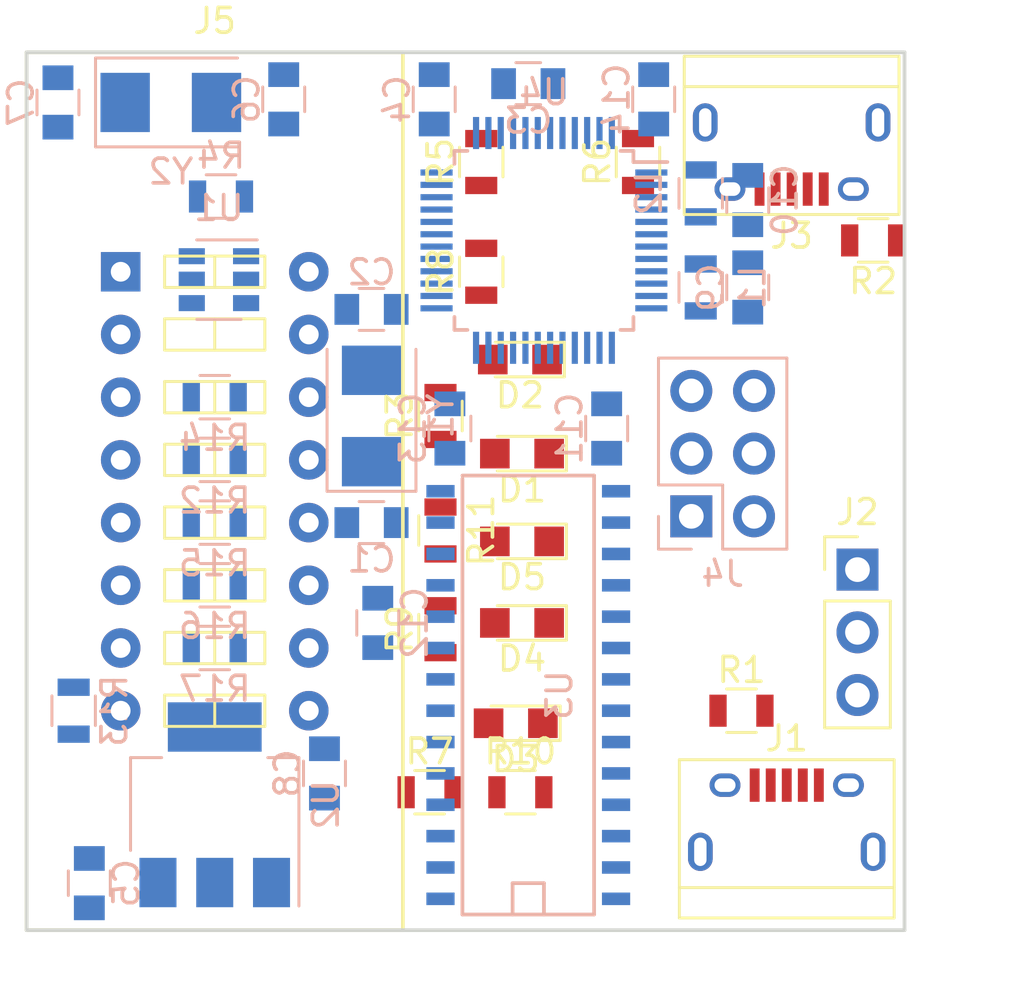
<source format=kicad_pcb>
(kicad_pcb (version 4) (host pcbnew 4.0.7)

  (general
    (links 134)
    (no_connects 134)
    (area 140.894999 85.014999 176.605001 120.725001)
    (thickness 1.6)
    (drawings 4)
    (tracks 0)
    (zones 0)
    (modules 49)
    (nets 76)
  )

  (page A4)
  (layers
    (0 F.Cu signal)
    (31 B.Cu signal)
    (32 B.Adhes user)
    (33 F.Adhes user)
    (34 B.Paste user)
    (35 F.Paste user)
    (36 B.SilkS user)
    (37 F.SilkS user)
    (38 B.Mask user)
    (39 F.Mask user)
    (40 Dwgs.User user)
    (41 Cmts.User user)
    (42 Eco1.User user)
    (43 Eco2.User user)
    (44 Edge.Cuts user)
    (45 Margin user)
    (46 B.CrtYd user)
    (47 F.CrtYd user)
    (48 B.Fab user)
    (49 F.Fab user)
  )

  (setup
    (last_trace_width 0.2)
    (trace_clearance 0.2)
    (zone_clearance 0.508)
    (zone_45_only no)
    (trace_min 0.2)
    (segment_width 0.2)
    (edge_width 0.15)
    (via_size 0.7)
    (via_drill 0.3)
    (via_min_size 0.4)
    (via_min_drill 0.3)
    (uvia_size 0.3)
    (uvia_drill 0.1)
    (uvias_allowed no)
    (uvia_min_size 0.2)
    (uvia_min_drill 0.1)
    (pcb_text_width 0.3)
    (pcb_text_size 1.5 1.5)
    (mod_edge_width 0.15)
    (mod_text_size 1 1)
    (mod_text_width 0.15)
    (pad_size 1.524 1.524)
    (pad_drill 0.762)
    (pad_to_mask_clearance 0.2)
    (aux_axis_origin 0 0)
    (visible_elements FFFFEF7F)
    (pcbplotparams
      (layerselection 0x00030_80000001)
      (usegerberextensions false)
      (excludeedgelayer true)
      (linewidth 0.100000)
      (plotframeref false)
      (viasonmask false)
      (mode 1)
      (useauxorigin false)
      (hpglpennumber 1)
      (hpglpenspeed 20)
      (hpglpendiameter 15)
      (hpglpenoverlay 2)
      (psnegative false)
      (psa4output false)
      (plotreference true)
      (plotvalue true)
      (plotinvisibletext false)
      (padsonsilk false)
      (subtractmaskfromsilk false)
      (outputformat 1)
      (mirror false)
      (drillshape 1)
      (scaleselection 1)
      (outputdirectory ""))
  )

  (net 0 "")
  (net 1 "Net-(C1-Pad1)")
  (net 2 "Net-(C2-Pad1)")
  (net 3 "Net-(C3-Pad1)")
  (net 4 "Net-(C4-Pad1)")
  (net 5 +5V)
  (net 6 "Net-(C6-Pad1)")
  (net 7 "Net-(C7-Pad1)")
  (net 8 +3V3)
  (net 9 "Net-(C9-Pad1)")
  (net 10 "Net-(C10-Pad1)")
  (net 11 "Net-(D1-Pad2)")
  (net 12 "Net-(D2-Pad2)")
  (net 13 "Net-(D3-Pad1)")
  (net 14 "Net-(D4-Pad2)")
  (net 15 "Net-(D4-Pad1)")
  (net 16 "Net-(D5-Pad2)")
  (net 17 "Net-(D5-Pad1)")
  (net 18 "Net-(J1-Pad4)")
  (net 19 "Net-(J2-Pad2)")
  (net 20 "Net-(J2-Pad3)")
  (net 21 VBUS)
  (net 22 "Net-(J3-Pad4)")
  (net 23 /MISO)
  (net 24 /SCK)
  (net 25 /CS#)
  (net 26 /CLK)
  (net 27 /HOLD#)
  (net 28 /SDA)
  (net 29 /SCL)
  (net 30 /WP)
  (net 31 /A0)
  (net 32 /A1)
  (net 33 /A2/NC)
  (net 34 /WP#)
  (net 35 "Net-(R1-Pad1)")
  (net 36 "Net-(R4-Pad1)")
  (net 37 "Net-(R4-Pad2)")
  (net 38 "Net-(R5-Pad1)")
  (net 39 "Net-(R6-Pad1)")
  (net 40 "Net-(R8-Pad2)")
  (net 41 "Net-(U1-Pad4)")
  (net 42 "Net-(U1-Pad5)")
  (net 43 "Net-(U3-Pad2)")
  (net 44 "Net-(U3-Pad3)")
  (net 45 "Net-(U3-Pad4)")
  (net 46 RX)
  (net 47 TX)
  (net 48 "Net-(U3-Pad7)")
  (net 49 "Net-(U3-Pad8)")
  (net 50 "Net-(U3-Pad16)")
  (net 51 "Net-(U3-Pad17)")
  (net 52 "Net-(U3-Pad19)")
  (net 53 "Net-(U3-Pad21)")
  (net 54 "Net-(U3-Pad25)")
  (net 55 "Net-(U3-Pad26)")
  (net 56 "Net-(U3-Pad27)")
  (net 57 "Net-(U4-Pad15)")
  (net 58 "Net-(U4-Pad16)")
  (net 59 "Net-(U4-Pad17)")
  (net 60 "Net-(U4-Pad18)")
  (net 61 "Net-(U4-Pad19)")
  (net 62 "Net-(U4-Pad20)")
  (net 63 "Net-(U4-Pad21)")
  (net 64 "Net-(U4-Pad25)")
  (net 65 "Net-(U4-Pad26)")
  (net 66 "Net-(U4-Pad29)")
  (net 67 "Net-(U4-Pad30)")
  (net 68 "Net-(U4-Pad32)")
  (net 69 "Net-(U4-Pad33)")
  (net 70 /USBHOST-)
  (net 71 /USBHOST+)
  (net 72 /USBDBG-)
  (net 73 /USBDBG+)
  (net 74 GND)
  (net 75 /MOSI)

  (net_class Default "This is the default net class."
    (clearance 0.2)
    (trace_width 0.2)
    (via_dia 0.7)
    (via_drill 0.3)
    (uvia_dia 0.3)
    (uvia_drill 0.1)
    (add_net +3V3)
    (add_net +5V)
    (add_net /A0)
    (add_net /A1)
    (add_net /A2/NC)
    (add_net /CLK)
    (add_net /CS#)
    (add_net /HOLD#)
    (add_net /MISO)
    (add_net /MOSI)
    (add_net /SCK)
    (add_net /SCL)
    (add_net /SDA)
    (add_net /USBDBG+)
    (add_net /USBDBG-)
    (add_net /USBHOST+)
    (add_net /USBHOST-)
    (add_net /WP)
    (add_net /WP#)
    (add_net GND)
    (add_net "Net-(C1-Pad1)")
    (add_net "Net-(C10-Pad1)")
    (add_net "Net-(C2-Pad1)")
    (add_net "Net-(C3-Pad1)")
    (add_net "Net-(C4-Pad1)")
    (add_net "Net-(C6-Pad1)")
    (add_net "Net-(C7-Pad1)")
    (add_net "Net-(C9-Pad1)")
    (add_net "Net-(D1-Pad2)")
    (add_net "Net-(D2-Pad2)")
    (add_net "Net-(D3-Pad1)")
    (add_net "Net-(D4-Pad1)")
    (add_net "Net-(D4-Pad2)")
    (add_net "Net-(D5-Pad1)")
    (add_net "Net-(D5-Pad2)")
    (add_net "Net-(J1-Pad4)")
    (add_net "Net-(J2-Pad2)")
    (add_net "Net-(J2-Pad3)")
    (add_net "Net-(J3-Pad4)")
    (add_net "Net-(R1-Pad1)")
    (add_net "Net-(R4-Pad1)")
    (add_net "Net-(R4-Pad2)")
    (add_net "Net-(R5-Pad1)")
    (add_net "Net-(R6-Pad1)")
    (add_net "Net-(R8-Pad2)")
    (add_net "Net-(U1-Pad4)")
    (add_net "Net-(U1-Pad5)")
    (add_net "Net-(U3-Pad16)")
    (add_net "Net-(U3-Pad17)")
    (add_net "Net-(U3-Pad19)")
    (add_net "Net-(U3-Pad2)")
    (add_net "Net-(U3-Pad21)")
    (add_net "Net-(U3-Pad25)")
    (add_net "Net-(U3-Pad26)")
    (add_net "Net-(U3-Pad27)")
    (add_net "Net-(U3-Pad3)")
    (add_net "Net-(U3-Pad4)")
    (add_net "Net-(U3-Pad7)")
    (add_net "Net-(U3-Pad8)")
    (add_net "Net-(U4-Pad15)")
    (add_net "Net-(U4-Pad16)")
    (add_net "Net-(U4-Pad17)")
    (add_net "Net-(U4-Pad18)")
    (add_net "Net-(U4-Pad19)")
    (add_net "Net-(U4-Pad20)")
    (add_net "Net-(U4-Pad21)")
    (add_net "Net-(U4-Pad25)")
    (add_net "Net-(U4-Pad26)")
    (add_net "Net-(U4-Pad29)")
    (add_net "Net-(U4-Pad30)")
    (add_net "Net-(U4-Pad32)")
    (add_net "Net-(U4-Pad33)")
    (add_net RX)
    (add_net TX)
    (add_net VBUS)
  )

  (module Connectors:USB_Micro-B (layer F.Cu) (tedit 5543E447) (tstamp 5A5253A0)
    (at 171.76 116.125)
    (descr "Micro USB Type B Receptacle")
    (tags "USB USB_B USB_micro USB_OTG")
    (path /5A51EE38)
    (attr smd)
    (fp_text reference J1 (at 0 -3.24) (layer F.SilkS)
      (effects (font (size 1 1) (thickness 0.15)))
    )
    (fp_text value USB_HOST (at 0 5.01) (layer F.Fab)
      (effects (font (size 1 1) (thickness 0.15)))
    )
    (fp_line (start -4.6 -2.59) (end 4.6 -2.59) (layer F.CrtYd) (width 0.05))
    (fp_line (start 4.6 -2.59) (end 4.6 4.26) (layer F.CrtYd) (width 0.05))
    (fp_line (start 4.6 4.26) (end -4.6 4.26) (layer F.CrtYd) (width 0.05))
    (fp_line (start -4.6 4.26) (end -4.6 -2.59) (layer F.CrtYd) (width 0.05))
    (fp_line (start -4.35 4.03) (end 4.35 4.03) (layer F.SilkS) (width 0.12))
    (fp_line (start -4.35 -2.38) (end 4.35 -2.38) (layer F.SilkS) (width 0.12))
    (fp_line (start 4.35 -2.38) (end 4.35 4.03) (layer F.SilkS) (width 0.12))
    (fp_line (start 4.35 2.8) (end -4.35 2.8) (layer F.SilkS) (width 0.12))
    (fp_line (start -4.35 4.03) (end -4.35 -2.38) (layer F.SilkS) (width 0.12))
    (pad 1 smd rect (at -1.3 -1.35 90) (size 1.35 0.4) (layers F.Cu F.Paste F.Mask)
      (net 5 +5V))
    (pad 2 smd rect (at -0.65 -1.35 90) (size 1.35 0.4) (layers F.Cu F.Paste F.Mask)
      (net 70 /USBHOST-))
    (pad 3 smd rect (at 0 -1.35 90) (size 1.35 0.4) (layers F.Cu F.Paste F.Mask)
      (net 71 /USBHOST+))
    (pad 4 smd rect (at 0.65 -1.35 90) (size 1.35 0.4) (layers F.Cu F.Paste F.Mask)
      (net 18 "Net-(J1-Pad4)"))
    (pad 5 smd rect (at 1.3 -1.35 90) (size 1.35 0.4) (layers F.Cu F.Paste F.Mask)
      (net 74 GND))
    (pad 6 thru_hole oval (at -2.5 -1.35 90) (size 0.95 1.25) (drill oval 0.55 0.85) (layers *.Cu *.Mask)
      (net 74 GND))
    (pad 6 thru_hole oval (at 2.5 -1.35 90) (size 0.95 1.25) (drill oval 0.55 0.85) (layers *.Cu *.Mask)
      (net 74 GND))
    (pad 6 thru_hole oval (at -3.5 1.35 90) (size 1.55 1) (drill oval 1.15 0.5) (layers *.Cu *.Mask)
      (net 74 GND))
    (pad 6 thru_hole oval (at 3.5 1.35 90) (size 1.55 1) (drill oval 1.15 0.5) (layers *.Cu *.Mask)
      (net 74 GND))
  )

  (module Pin_Headers:Pin_Header_Straight_1x03_Pitch2.54mm (layer F.Cu) (tedit 59650532) (tstamp 5A5253A7)
    (at 174.625 106.045)
    (descr "Through hole straight pin header, 1x03, 2.54mm pitch, single row")
    (tags "Through hole pin header THT 1x03 2.54mm single row")
    (path /5A51EC02)
    (fp_text reference J2 (at 0 -2.33) (layer F.SilkS)
      (effects (font (size 1 1) (thickness 0.15)))
    )
    (fp_text value Conn_01x03_Male (at 0 7.41) (layer F.Fab)
      (effects (font (size 1 1) (thickness 0.15)))
    )
    (fp_line (start -0.635 -1.27) (end 1.27 -1.27) (layer F.Fab) (width 0.1))
    (fp_line (start 1.27 -1.27) (end 1.27 6.35) (layer F.Fab) (width 0.1))
    (fp_line (start 1.27 6.35) (end -1.27 6.35) (layer F.Fab) (width 0.1))
    (fp_line (start -1.27 6.35) (end -1.27 -0.635) (layer F.Fab) (width 0.1))
    (fp_line (start -1.27 -0.635) (end -0.635 -1.27) (layer F.Fab) (width 0.1))
    (fp_line (start -1.33 6.41) (end 1.33 6.41) (layer F.SilkS) (width 0.12))
    (fp_line (start -1.33 1.27) (end -1.33 6.41) (layer F.SilkS) (width 0.12))
    (fp_line (start 1.33 1.27) (end 1.33 6.41) (layer F.SilkS) (width 0.12))
    (fp_line (start -1.33 1.27) (end 1.33 1.27) (layer F.SilkS) (width 0.12))
    (fp_line (start -1.33 0) (end -1.33 -1.33) (layer F.SilkS) (width 0.12))
    (fp_line (start -1.33 -1.33) (end 0 -1.33) (layer F.SilkS) (width 0.12))
    (fp_line (start -1.8 -1.8) (end -1.8 6.85) (layer F.CrtYd) (width 0.05))
    (fp_line (start -1.8 6.85) (end 1.8 6.85) (layer F.CrtYd) (width 0.05))
    (fp_line (start 1.8 6.85) (end 1.8 -1.8) (layer F.CrtYd) (width 0.05))
    (fp_line (start 1.8 -1.8) (end -1.8 -1.8) (layer F.CrtYd) (width 0.05))
    (fp_text user %R (at 0 2.54 90) (layer F.Fab)
      (effects (font (size 1 1) (thickness 0.15)))
    )
    (pad 1 thru_hole rect (at 0 0) (size 1.7 1.7) (drill 1) (layers *.Cu *.Mask)
      (net 74 GND))
    (pad 2 thru_hole oval (at 0 2.54) (size 1.7 1.7) (drill 1) (layers *.Cu *.Mask)
      (net 19 "Net-(J2-Pad2)"))
    (pad 3 thru_hole oval (at 0 5.08) (size 1.7 1.7) (drill 1) (layers *.Cu *.Mask)
      (net 20 "Net-(J2-Pad3)"))
    (model ${KISYS3DMOD}/Pin_Headers.3dshapes/Pin_Header_Straight_1x03_Pitch2.54mm.wrl
      (at (xyz 0 0 0))
      (scale (xyz 1 1 1))
      (rotate (xyz 0 0 0))
    )
  )

  (module Connectors:USB_Micro-B (layer F.Cu) (tedit 5543E447) (tstamp 5A5253B4)
    (at 171.958 89.281 180)
    (descr "Micro USB Type B Receptacle")
    (tags "USB USB_B USB_micro USB_OTG")
    (path /5A523948)
    (attr smd)
    (fp_text reference J3 (at 0 -3.24 180) (layer F.SilkS)
      (effects (font (size 1 1) (thickness 0.15)))
    )
    (fp_text value USB_DEBUG (at 0 5.01 180) (layer F.Fab)
      (effects (font (size 1 1) (thickness 0.15)))
    )
    (fp_line (start -4.6 -2.59) (end 4.6 -2.59) (layer F.CrtYd) (width 0.05))
    (fp_line (start 4.6 -2.59) (end 4.6 4.26) (layer F.CrtYd) (width 0.05))
    (fp_line (start 4.6 4.26) (end -4.6 4.26) (layer F.CrtYd) (width 0.05))
    (fp_line (start -4.6 4.26) (end -4.6 -2.59) (layer F.CrtYd) (width 0.05))
    (fp_line (start -4.35 4.03) (end 4.35 4.03) (layer F.SilkS) (width 0.12))
    (fp_line (start -4.35 -2.38) (end 4.35 -2.38) (layer F.SilkS) (width 0.12))
    (fp_line (start 4.35 -2.38) (end 4.35 4.03) (layer F.SilkS) (width 0.12))
    (fp_line (start 4.35 2.8) (end -4.35 2.8) (layer F.SilkS) (width 0.12))
    (fp_line (start -4.35 4.03) (end -4.35 -2.38) (layer F.SilkS) (width 0.12))
    (pad 1 smd rect (at -1.3 -1.35 270) (size 1.35 0.4) (layers F.Cu F.Paste F.Mask)
      (net 21 VBUS))
    (pad 2 smd rect (at -0.65 -1.35 270) (size 1.35 0.4) (layers F.Cu F.Paste F.Mask)
      (net 72 /USBDBG-))
    (pad 3 smd rect (at 0 -1.35 270) (size 1.35 0.4) (layers F.Cu F.Paste F.Mask)
      (net 73 /USBDBG+))
    (pad 4 smd rect (at 0.65 -1.35 270) (size 1.35 0.4) (layers F.Cu F.Paste F.Mask)
      (net 22 "Net-(J3-Pad4)"))
    (pad 5 smd rect (at 1.3 -1.35 270) (size 1.35 0.4) (layers F.Cu F.Paste F.Mask)
      (net 74 GND))
    (pad 6 thru_hole oval (at -2.5 -1.35 270) (size 0.95 1.25) (drill oval 0.55 0.85) (layers *.Cu *.Mask)
      (net 74 GND))
    (pad 6 thru_hole oval (at 2.5 -1.35 270) (size 0.95 1.25) (drill oval 0.55 0.85) (layers *.Cu *.Mask)
      (net 74 GND))
    (pad 6 thru_hole oval (at -3.5 1.35 270) (size 1.55 1) (drill oval 1.15 0.5) (layers *.Cu *.Mask)
      (net 74 GND))
    (pad 6 thru_hole oval (at 3.5 1.35 270) (size 1.55 1) (drill oval 1.15 0.5) (layers *.Cu *.Mask)
      (net 74 GND))
  )

  (module TO_SOT_Packages_SMD:SOT-23-6 (layer B.Cu) (tedit 58CE4E7E) (tstamp 5A52544E)
    (at 148.76 94.3 180)
    (descr "6-pin SOT-23 package")
    (tags SOT-23-6)
    (path /5A52BD9F)
    (attr smd)
    (fp_text reference U1 (at 0 2.9 180) (layer B.SilkS)
      (effects (font (size 1 1) (thickness 0.15)) (justify mirror))
    )
    (fp_text value 93LC56B (at 0 -2.9 180) (layer B.Fab)
      (effects (font (size 1 1) (thickness 0.15)) (justify mirror))
    )
    (fp_text user %R (at 0 0 450) (layer B.Fab)
      (effects (font (size 0.5 0.5) (thickness 0.075)) (justify mirror))
    )
    (fp_line (start -0.9 -1.61) (end 0.9 -1.61) (layer B.SilkS) (width 0.12))
    (fp_line (start 0.9 1.61) (end -1.55 1.61) (layer B.SilkS) (width 0.12))
    (fp_line (start 1.9 1.8) (end -1.9 1.8) (layer B.CrtYd) (width 0.05))
    (fp_line (start 1.9 -1.8) (end 1.9 1.8) (layer B.CrtYd) (width 0.05))
    (fp_line (start -1.9 -1.8) (end 1.9 -1.8) (layer B.CrtYd) (width 0.05))
    (fp_line (start -1.9 1.8) (end -1.9 -1.8) (layer B.CrtYd) (width 0.05))
    (fp_line (start -0.9 0.9) (end -0.25 1.55) (layer B.Fab) (width 0.1))
    (fp_line (start 0.9 1.55) (end -0.25 1.55) (layer B.Fab) (width 0.1))
    (fp_line (start -0.9 0.9) (end -0.9 -1.55) (layer B.Fab) (width 0.1))
    (fp_line (start 0.9 -1.55) (end -0.9 -1.55) (layer B.Fab) (width 0.1))
    (fp_line (start 0.9 1.55) (end 0.9 -1.55) (layer B.Fab) (width 0.1))
    (pad 1 smd rect (at -1.1 0.95 180) (size 1.06 0.65) (layers B.Cu B.Paste B.Mask)
      (net 37 "Net-(R4-Pad2)"))
    (pad 2 smd rect (at -1.1 0 180) (size 1.06 0.65) (layers B.Cu B.Paste B.Mask)
      (net 74 GND))
    (pad 3 smd rect (at -1.1 -0.95 180) (size 1.06 0.65) (layers B.Cu B.Paste B.Mask)
      (net 36 "Net-(R4-Pad1)"))
    (pad 4 smd rect (at 1.1 -0.95 180) (size 1.06 0.65) (layers B.Cu B.Paste B.Mask)
      (net 41 "Net-(U1-Pad4)"))
    (pad 6 smd rect (at 1.1 0.95 180) (size 1.06 0.65) (layers B.Cu B.Paste B.Mask)
      (net 8 +3V3))
    (pad 5 smd rect (at 1.1 0 180) (size 1.06 0.65) (layers B.Cu B.Paste B.Mask)
      (net 42 "Net-(U1-Pad5)"))
    (model ${KISYS3DMOD}/TO_SOT_Packages_SMD.3dshapes/SOT-23-6.wrl
      (at (xyz 0 0 0))
      (scale (xyz 1 1 1))
      (rotate (xyz 0 0 0))
    )
  )

  (module TO_SOT_Packages_SMD:SOT-223-3Lead_TabPin2 (layer B.Cu) (tedit 58CE4E7E) (tstamp 5A525456)
    (at 148.59 115.57 90)
    (descr "module CMS SOT223 4 pins")
    (tags "CMS SOT")
    (path /5A51F18A)
    (attr smd)
    (fp_text reference U2 (at 0 4.5 90) (layer B.SilkS)
      (effects (font (size 1 1) (thickness 0.15)) (justify mirror))
    )
    (fp_text value LM1117-3.3 (at 0 -4.5 90) (layer B.Fab)
      (effects (font (size 1 1) (thickness 0.15)) (justify mirror))
    )
    (fp_text user %R (at 0 0 360) (layer B.Fab)
      (effects (font (size 0.8 0.8) (thickness 0.12)) (justify mirror))
    )
    (fp_line (start 1.91 -3.41) (end 1.91 -2.15) (layer B.SilkS) (width 0.12))
    (fp_line (start 1.91 3.41) (end 1.91 2.15) (layer B.SilkS) (width 0.12))
    (fp_line (start 4.4 3.6) (end -4.4 3.6) (layer B.CrtYd) (width 0.05))
    (fp_line (start 4.4 -3.6) (end 4.4 3.6) (layer B.CrtYd) (width 0.05))
    (fp_line (start -4.4 -3.6) (end 4.4 -3.6) (layer B.CrtYd) (width 0.05))
    (fp_line (start -4.4 3.6) (end -4.4 -3.6) (layer B.CrtYd) (width 0.05))
    (fp_line (start -1.85 2.35) (end -0.85 3.35) (layer B.Fab) (width 0.1))
    (fp_line (start -1.85 2.35) (end -1.85 -3.35) (layer B.Fab) (width 0.1))
    (fp_line (start -1.85 -3.41) (end 1.91 -3.41) (layer B.SilkS) (width 0.12))
    (fp_line (start -0.85 3.35) (end 1.85 3.35) (layer B.Fab) (width 0.1))
    (fp_line (start -4.1 3.41) (end 1.91 3.41) (layer B.SilkS) (width 0.12))
    (fp_line (start -1.85 -3.35) (end 1.85 -3.35) (layer B.Fab) (width 0.1))
    (fp_line (start 1.85 3.35) (end 1.85 -3.35) (layer B.Fab) (width 0.1))
    (pad 2 smd rect (at 3.15 0 90) (size 2 3.8) (layers B.Cu B.Paste B.Mask)
      (net 8 +3V3))
    (pad 2 smd rect (at -3.15 0 90) (size 2 1.5) (layers B.Cu B.Paste B.Mask)
      (net 8 +3V3))
    (pad 3 smd rect (at -3.15 -2.3 90) (size 2 1.5) (layers B.Cu B.Paste B.Mask)
      (net 5 +5V))
    (pad 1 smd rect (at -3.15 2.3 90) (size 2 1.5) (layers B.Cu B.Paste B.Mask)
      (net 74 GND))
    (model ${KISYS3DMOD}/TO_SOT_Packages_SMD.3dshapes/SOT-223.wrl
      (at (xyz 0 0 0))
      (scale (xyz 1 1 1))
      (rotate (xyz 0 0 0))
    )
  )

  (module SMD_Packages:SOIC-28 (layer B.Cu) (tedit 0) (tstamp 5A525476)
    (at 161.29 111.125 90)
    (descr "Module CMS SOJ 28 pins large")
    (tags "CMS SOJ")
    (path /5A51EB2B)
    (attr smd)
    (fp_text reference U3 (at 0 1.26238 90) (layer B.SilkS)
      (effects (font (size 1 1) (thickness 0.15)) (justify mirror))
    )
    (fp_text value CH341A (at 0 -1.27 90) (layer B.Fab)
      (effects (font (size 1 1) (thickness 0.15)) (justify mirror))
    )
    (fp_line (start 8.763 -2.667) (end -8.89 -2.667) (layer B.SilkS) (width 0.15))
    (fp_line (start -8.89 2.667) (end 8.89 2.667) (layer B.SilkS) (width 0.15))
    (fp_line (start 8.89 -2.667) (end 8.89 2.667) (layer B.SilkS) (width 0.15))
    (fp_line (start -8.89 2.667) (end -8.89 -2.667) (layer B.SilkS) (width 0.15))
    (fp_line (start -8.89 0.635) (end -7.62 0.635) (layer B.SilkS) (width 0.15))
    (fp_line (start -7.62 0.635) (end -7.62 -0.635) (layer B.SilkS) (width 0.15))
    (fp_line (start -7.62 -0.635) (end -8.89 -0.635) (layer B.SilkS) (width 0.15))
    (pad 1 smd rect (at -8.255 -3.556 90) (size 0.508 1.143) (layers B.Cu B.Paste B.Mask)
      (net 35 "Net-(R1-Pad1)"))
    (pad 2 smd rect (at -6.985 -3.556 90) (size 0.508 1.143) (layers B.Cu B.Paste B.Mask)
      (net 43 "Net-(U3-Pad2)"))
    (pad 3 smd rect (at -5.715 -3.556 90) (size 0.508 1.143) (layers B.Cu B.Paste B.Mask)
      (net 44 "Net-(U3-Pad3)"))
    (pad 4 smd rect (at -4.445 -3.556 90) (size 0.508 1.143) (layers B.Cu B.Paste B.Mask)
      (net 45 "Net-(U3-Pad4)"))
    (pad 5 smd rect (at -3.175 -3.556 90) (size 0.508 1.143) (layers B.Cu B.Paste B.Mask)
      (net 46 RX))
    (pad 6 smd rect (at -1.905 -3.556 90) (size 0.508 1.143) (layers B.Cu B.Paste B.Mask)
      (net 47 TX))
    (pad 7 smd rect (at -0.635 -3.556 90) (size 0.508 1.143) (layers B.Cu B.Paste B.Mask)
      (net 48 "Net-(U3-Pad7)"))
    (pad 8 smd rect (at 0.635 -3.556 90) (size 0.508 1.143) (layers B.Cu B.Paste B.Mask)
      (net 49 "Net-(U3-Pad8)"))
    (pad 9 smd rect (at 1.905 -3.556 90) (size 0.508 1.143) (layers B.Cu B.Paste B.Mask)
      (net 8 +3V3))
    (pad 10 smd rect (at 3.175 -3.556 90) (size 0.508 1.143) (layers B.Cu B.Paste B.Mask)
      (net 71 /USBHOST+))
    (pad 11 smd rect (at 4.445 -3.556 90) (size 0.508 1.143) (layers B.Cu B.Paste B.Mask)
      (net 70 /USBHOST-))
    (pad 12 smd rect (at 5.715 -3.556 90) (size 0.508 1.143) (layers B.Cu B.Paste B.Mask)
      (net 74 GND))
    (pad 13 smd rect (at 6.985 -3.556 90) (size 0.508 1.143) (layers B.Cu B.Paste B.Mask)
      (net 1 "Net-(C1-Pad1)"))
    (pad 14 smd rect (at 8.255 -3.556 90) (size 0.508 1.143) (layers B.Cu B.Paste B.Mask)
      (net 2 "Net-(C2-Pad1)"))
    (pad 15 smd rect (at 8.255 3.556 90) (size 0.508 1.143) (layers B.Cu B.Paste B.Mask)
      (net 25 /CS#))
    (pad 16 smd rect (at 6.985 3.556 90) (size 0.508 1.143) (layers B.Cu B.Paste B.Mask)
      (net 50 "Net-(U3-Pad16)"))
    (pad 17 smd rect (at 5.715 3.556 90) (size 0.508 1.143) (layers B.Cu B.Paste B.Mask)
      (net 51 "Net-(U3-Pad17)"))
    (pad 18 smd rect (at 4.445 3.556 90) (size 0.508 1.143) (layers B.Cu B.Paste B.Mask)
      (net 24 /SCK))
    (pad 19 smd rect (at 3.175 3.556 90) (size 0.508 1.143) (layers B.Cu B.Paste B.Mask)
      (net 52 "Net-(U3-Pad19)"))
    (pad 20 smd rect (at 1.905 3.556 90) (size 0.508 1.143) (layers B.Cu B.Paste B.Mask)
      (net 75 /MOSI))
    (pad 21 smd rect (at 0.635 3.556 90) (size 0.508 1.143) (layers B.Cu B.Paste B.Mask)
      (net 53 "Net-(U3-Pad21)"))
    (pad 22 smd rect (at -0.635 3.556 90) (size 0.508 1.143) (layers B.Cu B.Paste B.Mask)
      (net 23 /MISO))
    (pad 23 smd rect (at -1.905 3.556 90) (size 0.508 1.143) (layers B.Cu B.Paste B.Mask)
      (net 28 /SDA))
    (pad 24 smd rect (at -3.175 3.556 90) (size 0.508 1.143) (layers B.Cu B.Paste B.Mask)
      (net 29 /SCL))
    (pad 25 smd rect (at -4.445 3.556 90) (size 0.508 1.143) (layers B.Cu B.Paste B.Mask)
      (net 54 "Net-(U3-Pad25)"))
    (pad 26 smd rect (at -5.715 3.556 90) (size 0.508 1.143) (layers B.Cu B.Paste B.Mask)
      (net 55 "Net-(U3-Pad26)"))
    (pad 27 smd rect (at -6.985 3.556 90) (size 0.508 1.143) (layers B.Cu B.Paste B.Mask)
      (net 56 "Net-(U3-Pad27)"))
    (pad 28 smd rect (at -8.255 3.556 90) (size 0.508 1.143) (layers B.Cu B.Paste B.Mask)
      (net 8 +3V3))
  )

  (module Housings_QFP:LQFP-48_7x7mm_Pitch0.5mm (layer B.Cu) (tedit 54130A77) (tstamp 5A5254AA)
    (at 161.925 92.71 180)
    (descr "48 LEAD LQFP 7x7mm (see MICREL LQFP7x7-48LD-PL-1.pdf)")
    (tags "QFP 0.5")
    (path /5A51E1F1)
    (attr smd)
    (fp_text reference U4 (at 0 6 180) (layer B.SilkS)
      (effects (font (size 1 1) (thickness 0.15)) (justify mirror))
    )
    (fp_text value FT232H (at 0 -6 180) (layer B.Fab)
      (effects (font (size 1 1) (thickness 0.15)) (justify mirror))
    )
    (fp_text user %R (at 0 0 180) (layer B.Fab)
      (effects (font (size 1 1) (thickness 0.15)) (justify mirror))
    )
    (fp_line (start -2.5 3.5) (end 3.5 3.5) (layer B.Fab) (width 0.15))
    (fp_line (start 3.5 3.5) (end 3.5 -3.5) (layer B.Fab) (width 0.15))
    (fp_line (start 3.5 -3.5) (end -3.5 -3.5) (layer B.Fab) (width 0.15))
    (fp_line (start -3.5 -3.5) (end -3.5 2.5) (layer B.Fab) (width 0.15))
    (fp_line (start -3.5 2.5) (end -2.5 3.5) (layer B.Fab) (width 0.15))
    (fp_line (start -5.25 5.25) (end -5.25 -5.25) (layer B.CrtYd) (width 0.05))
    (fp_line (start 5.25 5.25) (end 5.25 -5.25) (layer B.CrtYd) (width 0.05))
    (fp_line (start -5.25 5.25) (end 5.25 5.25) (layer B.CrtYd) (width 0.05))
    (fp_line (start -5.25 -5.25) (end 5.25 -5.25) (layer B.CrtYd) (width 0.05))
    (fp_line (start -3.625 3.625) (end -3.625 3.175) (layer B.SilkS) (width 0.15))
    (fp_line (start 3.625 3.625) (end 3.625 3.1) (layer B.SilkS) (width 0.15))
    (fp_line (start 3.625 -3.625) (end 3.625 -3.1) (layer B.SilkS) (width 0.15))
    (fp_line (start -3.625 -3.625) (end -3.625 -3.1) (layer B.SilkS) (width 0.15))
    (fp_line (start -3.625 3.625) (end -3.1 3.625) (layer B.SilkS) (width 0.15))
    (fp_line (start -3.625 -3.625) (end -3.1 -3.625) (layer B.SilkS) (width 0.15))
    (fp_line (start 3.625 -3.625) (end 3.1 -3.625) (layer B.SilkS) (width 0.15))
    (fp_line (start 3.625 3.625) (end 3.1 3.625) (layer B.SilkS) (width 0.15))
    (fp_line (start -3.625 3.175) (end -5 3.175) (layer B.SilkS) (width 0.15))
    (pad 1 smd rect (at -4.35 2.75 180) (size 1.3 0.25) (layers B.Cu B.Paste B.Mask)
      (net 6 "Net-(C6-Pad1)"))
    (pad 2 smd rect (at -4.35 2.25 180) (size 1.3 0.25) (layers B.Cu B.Paste B.Mask)
      (net 7 "Net-(C7-Pad1)"))
    (pad 3 smd rect (at -4.35 1.75 180) (size 1.3 0.25) (layers B.Cu B.Paste B.Mask)
      (net 10 "Net-(C10-Pad1)"))
    (pad 4 smd rect (at -4.35 1.25 180) (size 1.3 0.25) (layers B.Cu B.Paste B.Mask)
      (net 74 GND))
    (pad 5 smd rect (at -4.35 0.75 180) (size 1.3 0.25) (layers B.Cu B.Paste B.Mask)
      (net 39 "Net-(R6-Pad1)"))
    (pad 6 smd rect (at -4.35 0.25 180) (size 1.3 0.25) (layers B.Cu B.Paste B.Mask)
      (net 72 /USBDBG-))
    (pad 7 smd rect (at -4.35 -0.25 180) (size 1.3 0.25) (layers B.Cu B.Paste B.Mask)
      (net 73 /USBDBG+))
    (pad 8 smd rect (at -4.35 -0.75 180) (size 1.3 0.25) (layers B.Cu B.Paste B.Mask)
      (net 9 "Net-(C9-Pad1)"))
    (pad 9 smd rect (at -4.35 -1.25 180) (size 1.3 0.25) (layers B.Cu B.Paste B.Mask)
      (net 74 GND))
    (pad 10 smd rect (at -4.35 -1.75 180) (size 1.3 0.25) (layers B.Cu B.Paste B.Mask)
      (net 74 GND))
    (pad 11 smd rect (at -4.35 -2.25 180) (size 1.3 0.25) (layers B.Cu B.Paste B.Mask)
      (net 74 GND))
    (pad 12 smd rect (at -4.35 -2.75 180) (size 1.3 0.25) (layers B.Cu B.Paste B.Mask)
      (net 8 +3V3))
    (pad 13 smd rect (at -2.75 -4.35 90) (size 1.3 0.25) (layers B.Cu B.Paste B.Mask)
      (net 47 TX))
    (pad 14 smd rect (at -2.25 -4.35 90) (size 1.3 0.25) (layers B.Cu B.Paste B.Mask)
      (net 46 RX))
    (pad 15 smd rect (at -1.75 -4.35 90) (size 1.3 0.25) (layers B.Cu B.Paste B.Mask)
      (net 57 "Net-(U4-Pad15)"))
    (pad 16 smd rect (at -1.25 -4.35 90) (size 1.3 0.25) (layers B.Cu B.Paste B.Mask)
      (net 58 "Net-(U4-Pad16)"))
    (pad 17 smd rect (at -0.75 -4.35 90) (size 1.3 0.25) (layers B.Cu B.Paste B.Mask)
      (net 59 "Net-(U4-Pad17)"))
    (pad 18 smd rect (at -0.25 -4.35 90) (size 1.3 0.25) (layers B.Cu B.Paste B.Mask)
      (net 60 "Net-(U4-Pad18)"))
    (pad 19 smd rect (at 0.25 -4.35 90) (size 1.3 0.25) (layers B.Cu B.Paste B.Mask)
      (net 61 "Net-(U4-Pad19)"))
    (pad 20 smd rect (at 0.75 -4.35 90) (size 1.3 0.25) (layers B.Cu B.Paste B.Mask)
      (net 62 "Net-(U4-Pad20)"))
    (pad 21 smd rect (at 1.25 -4.35 90) (size 1.3 0.25) (layers B.Cu B.Paste B.Mask)
      (net 63 "Net-(U4-Pad21)"))
    (pad 22 smd rect (at 1.75 -4.35 90) (size 1.3 0.25) (layers B.Cu B.Paste B.Mask)
      (net 74 GND))
    (pad 23 smd rect (at 2.25 -4.35 90) (size 1.3 0.25) (layers B.Cu B.Paste B.Mask)
      (net 74 GND))
    (pad 24 smd rect (at 2.75 -4.35 90) (size 1.3 0.25) (layers B.Cu B.Paste B.Mask)
      (net 8 +3V3))
    (pad 25 smd rect (at 4.35 -2.75 180) (size 1.3 0.25) (layers B.Cu B.Paste B.Mask)
      (net 64 "Net-(U4-Pad25)"))
    (pad 26 smd rect (at 4.35 -2.25 180) (size 1.3 0.25) (layers B.Cu B.Paste B.Mask)
      (net 65 "Net-(U4-Pad26)"))
    (pad 27 smd rect (at 4.35 -1.75 180) (size 1.3 0.25) (layers B.Cu B.Paste B.Mask)
      (net 15 "Net-(D4-Pad1)"))
    (pad 28 smd rect (at 4.35 -1.25 180) (size 1.3 0.25) (layers B.Cu B.Paste B.Mask)
      (net 17 "Net-(D5-Pad1)"))
    (pad 29 smd rect (at 4.35 -0.75 180) (size 1.3 0.25) (layers B.Cu B.Paste B.Mask)
      (net 66 "Net-(U4-Pad29)"))
    (pad 30 smd rect (at 4.35 -0.25 180) (size 1.3 0.25) (layers B.Cu B.Paste B.Mask)
      (net 67 "Net-(U4-Pad30)"))
    (pad 31 smd rect (at 4.35 0.25 180) (size 1.3 0.25) (layers B.Cu B.Paste B.Mask)
      (net 40 "Net-(R8-Pad2)"))
    (pad 32 smd rect (at 4.35 0.75 180) (size 1.3 0.25) (layers B.Cu B.Paste B.Mask)
      (net 68 "Net-(U4-Pad32)"))
    (pad 33 smd rect (at 4.35 1.25 180) (size 1.3 0.25) (layers B.Cu B.Paste B.Mask)
      (net 69 "Net-(U4-Pad33)"))
    (pad 34 smd rect (at 4.35 1.75 180) (size 1.3 0.25) (layers B.Cu B.Paste B.Mask)
      (net 38 "Net-(R5-Pad1)"))
    (pad 35 smd rect (at 4.35 2.25 180) (size 1.3 0.25) (layers B.Cu B.Paste B.Mask)
      (net 74 GND))
    (pad 36 smd rect (at 4.35 2.75 180) (size 1.3 0.25) (layers B.Cu B.Paste B.Mask)
      (net 74 GND))
    (pad 37 smd rect (at 2.75 4.35 90) (size 1.3 0.25) (layers B.Cu B.Paste B.Mask)
      (net 4 "Net-(C4-Pad1)"))
    (pad 38 smd rect (at 2.25 4.35 90) (size 1.3 0.25) (layers B.Cu B.Paste B.Mask)
      (net 3 "Net-(C3-Pad1)"))
    (pad 39 smd rect (at 1.75 4.35 90) (size 1.3 0.25) (layers B.Cu B.Paste B.Mask)
      (net 8 +3V3))
    (pad 40 smd rect (at 1.25 4.35 90) (size 1.3 0.25) (layers B.Cu B.Paste B.Mask)
      (net 8 +3V3))
    (pad 41 smd rect (at 0.75 4.35 90) (size 1.3 0.25) (layers B.Cu B.Paste B.Mask)
      (net 74 GND))
    (pad 42 smd rect (at 0.25 4.35 90) (size 1.3 0.25) (layers B.Cu B.Paste B.Mask)
      (net 74 GND))
    (pad 43 smd rect (at -0.25 4.35 90) (size 1.3 0.25) (layers B.Cu B.Paste B.Mask)
      (net 36 "Net-(R4-Pad1)"))
    (pad 44 smd rect (at -0.75 4.35 90) (size 1.3 0.25) (layers B.Cu B.Paste B.Mask)
      (net 41 "Net-(U1-Pad4)"))
    (pad 45 smd rect (at -1.25 4.35 90) (size 1.3 0.25) (layers B.Cu B.Paste B.Mask)
      (net 42 "Net-(U1-Pad5)"))
    (pad 46 smd rect (at -1.75 4.35 90) (size 1.3 0.25) (layers B.Cu B.Paste B.Mask)
      (net 8 +3V3))
    (pad 47 smd rect (at -2.25 4.35 90) (size 1.3 0.25) (layers B.Cu B.Paste B.Mask)
      (net 74 GND))
    (pad 48 smd rect (at -2.75 4.35 90) (size 1.3 0.25) (layers B.Cu B.Paste B.Mask)
      (net 74 GND))
    (model ${KISYS3DMOD}/Housings_QFP.3dshapes/LQFP-48_7x7mm_Pitch0.5mm.wrl
      (at (xyz 0 0 0))
      (scale (xyz 1 1 1))
      (rotate (xyz 0 0 0))
    )
  )

  (module Crystals:Crystal_SMD_5032-2pin_5.0x3.2mm (layer B.Cu) (tedit 58CD2E9C) (tstamp 5A5254B0)
    (at 154.94 99.822 90)
    (descr "SMD Crystal SERIES SMD2520/2 http://www.icbase.com/File/PDF/HKC/HKC00061008.pdf, 5.0x3.2mm^2 package")
    (tags "SMD SMT crystal")
    (path /5A51EF41)
    (attr smd)
    (fp_text reference Y1 (at 0 2.8 90) (layer B.SilkS)
      (effects (font (size 1 1) (thickness 0.15)) (justify mirror))
    )
    (fp_text value "12 MHz" (at 0 -2.8 90) (layer B.Fab)
      (effects (font (size 1 1) (thickness 0.15)) (justify mirror))
    )
    (fp_text user %R (at 0 0 90) (layer B.Fab)
      (effects (font (size 1 1) (thickness 0.15)) (justify mirror))
    )
    (fp_line (start -2.3 1.6) (end 2.3 1.6) (layer B.Fab) (width 0.1))
    (fp_line (start 2.3 1.6) (end 2.5 1.4) (layer B.Fab) (width 0.1))
    (fp_line (start 2.5 1.4) (end 2.5 -1.4) (layer B.Fab) (width 0.1))
    (fp_line (start 2.5 -1.4) (end 2.3 -1.6) (layer B.Fab) (width 0.1))
    (fp_line (start 2.3 -1.6) (end -2.3 -1.6) (layer B.Fab) (width 0.1))
    (fp_line (start -2.3 -1.6) (end -2.5 -1.4) (layer B.Fab) (width 0.1))
    (fp_line (start -2.5 -1.4) (end -2.5 1.4) (layer B.Fab) (width 0.1))
    (fp_line (start -2.5 1.4) (end -2.3 1.6) (layer B.Fab) (width 0.1))
    (fp_line (start -2.5 -0.6) (end -1.5 -1.6) (layer B.Fab) (width 0.1))
    (fp_line (start 2.7 1.8) (end -3.05 1.8) (layer B.SilkS) (width 0.12))
    (fp_line (start -3.05 1.8) (end -3.05 -1.8) (layer B.SilkS) (width 0.12))
    (fp_line (start -3.05 -1.8) (end 2.7 -1.8) (layer B.SilkS) (width 0.12))
    (fp_line (start -3.1 1.9) (end -3.1 -1.9) (layer B.CrtYd) (width 0.05))
    (fp_line (start -3.1 -1.9) (end 3.1 -1.9) (layer B.CrtYd) (width 0.05))
    (fp_line (start 3.1 -1.9) (end 3.1 1.9) (layer B.CrtYd) (width 0.05))
    (fp_line (start 3.1 1.9) (end -3.1 1.9) (layer B.CrtYd) (width 0.05))
    (fp_circle (center 0 0) (end 0.4 0) (layer B.Adhes) (width 0.1))
    (fp_circle (center 0 0) (end 0.333333 0) (layer B.Adhes) (width 0.133333))
    (fp_circle (center 0 0) (end 0.213333 0) (layer B.Adhes) (width 0.133333))
    (fp_circle (center 0 0) (end 0.093333 0) (layer B.Adhes) (width 0.186667))
    (pad 1 smd rect (at -1.85 0 90) (size 2 2.4) (layers B.Cu B.Paste B.Mask)
      (net 1 "Net-(C1-Pad1)"))
    (pad 2 smd rect (at 1.85 0 90) (size 2 2.4) (layers B.Cu B.Paste B.Mask)
      (net 2 "Net-(C2-Pad1)"))
    (model ${KISYS3DMOD}/Crystals.3dshapes/Crystal_SMD_5032-2pin_5.0x3.2mm.wrl
      (at (xyz 0 0 0))
      (scale (xyz 0.393701 0.393701 0.393701))
      (rotate (xyz 0 0 0))
    )
  )

  (module Crystals:Crystal_SMD_5032-2pin_5.0x3.2mm (layer B.Cu) (tedit 58CD2E9C) (tstamp 5A5254B6)
    (at 146.812 87.122)
    (descr "SMD Crystal SERIES SMD2520/2 http://www.icbase.com/File/PDF/HKC/HKC00061008.pdf, 5.0x3.2mm^2 package")
    (tags "SMD SMT crystal")
    (path /5A524A71)
    (attr smd)
    (fp_text reference Y2 (at 0 2.8) (layer B.SilkS)
      (effects (font (size 1 1) (thickness 0.15)) (justify mirror))
    )
    (fp_text value "12 MHz" (at 0 -2.8) (layer B.Fab)
      (effects (font (size 1 1) (thickness 0.15)) (justify mirror))
    )
    (fp_text user %R (at 0 0) (layer B.Fab)
      (effects (font (size 1 1) (thickness 0.15)) (justify mirror))
    )
    (fp_line (start -2.3 1.6) (end 2.3 1.6) (layer B.Fab) (width 0.1))
    (fp_line (start 2.3 1.6) (end 2.5 1.4) (layer B.Fab) (width 0.1))
    (fp_line (start 2.5 1.4) (end 2.5 -1.4) (layer B.Fab) (width 0.1))
    (fp_line (start 2.5 -1.4) (end 2.3 -1.6) (layer B.Fab) (width 0.1))
    (fp_line (start 2.3 -1.6) (end -2.3 -1.6) (layer B.Fab) (width 0.1))
    (fp_line (start -2.3 -1.6) (end -2.5 -1.4) (layer B.Fab) (width 0.1))
    (fp_line (start -2.5 -1.4) (end -2.5 1.4) (layer B.Fab) (width 0.1))
    (fp_line (start -2.5 1.4) (end -2.3 1.6) (layer B.Fab) (width 0.1))
    (fp_line (start -2.5 -0.6) (end -1.5 -1.6) (layer B.Fab) (width 0.1))
    (fp_line (start 2.7 1.8) (end -3.05 1.8) (layer B.SilkS) (width 0.12))
    (fp_line (start -3.05 1.8) (end -3.05 -1.8) (layer B.SilkS) (width 0.12))
    (fp_line (start -3.05 -1.8) (end 2.7 -1.8) (layer B.SilkS) (width 0.12))
    (fp_line (start -3.1 1.9) (end -3.1 -1.9) (layer B.CrtYd) (width 0.05))
    (fp_line (start -3.1 -1.9) (end 3.1 -1.9) (layer B.CrtYd) (width 0.05))
    (fp_line (start 3.1 -1.9) (end 3.1 1.9) (layer B.CrtYd) (width 0.05))
    (fp_line (start 3.1 1.9) (end -3.1 1.9) (layer B.CrtYd) (width 0.05))
    (fp_circle (center 0 0) (end 0.4 0) (layer B.Adhes) (width 0.1))
    (fp_circle (center 0 0) (end 0.333333 0) (layer B.Adhes) (width 0.133333))
    (fp_circle (center 0 0) (end 0.213333 0) (layer B.Adhes) (width 0.133333))
    (fp_circle (center 0 0) (end 0.093333 0) (layer B.Adhes) (width 0.186667))
    (pad 1 smd rect (at -1.85 0) (size 2 2.4) (layers B.Cu B.Paste B.Mask)
      (net 6 "Net-(C6-Pad1)"))
    (pad 2 smd rect (at 1.85 0) (size 2 2.4) (layers B.Cu B.Paste B.Mask)
      (net 7 "Net-(C7-Pad1)"))
    (model ${KISYS3DMOD}/Crystals.3dshapes/Crystal_SMD_5032-2pin_5.0x3.2mm.wrl
      (at (xyz 0 0 0))
      (scale (xyz 0.393701 0.393701 0.393701))
      (rotate (xyz 0 0 0))
    )
  )

  (module ZIF16:ZIF16 (layer F.Cu) (tedit 5A525609) (tstamp 5A525D2B)
    (at 144.78 93.98)
    (descr "8x-dip-switch, Slide, row spacing 7.62 mm (300 mils)")
    (tags "DIP Switch Slide 7.62mm 300mil")
    (path /5A51F97C)
    (fp_text reference J5 (at 3.81 -10.16) (layer F.SilkS)
      (effects (font (size 1 1) (thickness 0.15)))
    )
    (fp_text value ZIF16 (at 3.81 27.94) (layer F.Fab)
      (effects (font (size 1 1) (thickness 0.15)))
    )
    (fp_line (start 11.43 -8.89) (end 11.43 26.67) (layer F.SilkS) (width 0.15))
    (fp_line (start -3.81 -8.89) (end 11.43 -8.89) (layer F.SilkS) (width 0.15))
    (fp_line (start -3.81 26.67) (end -3.81 -8.89) (layer F.SilkS) (width 0.15))
    (fp_line (start 11.43 26.67) (end -3.81 26.67) (layer F.SilkS) (width 0.15))
    (fp_text user %R (at 3.81 8.89) (layer F.Fab)
      (effects (font (size 1 1) (thickness 0.15)))
    )
    (fp_line (start -0.08 -2.36) (end 8.7 -2.36) (layer F.Fab) (width 0.1))
    (fp_line (start 8.7 -2.36) (end 8.7 20.14) (layer F.Fab) (width 0.1))
    (fp_line (start 8.7 20.14) (end -1.08 20.14) (layer F.Fab) (width 0.1))
    (fp_line (start -1.08 20.14) (end -1.08 -1.36) (layer F.Fab) (width 0.1))
    (fp_line (start -1.08 -1.36) (end -0.08 -2.36) (layer F.Fab) (width 0.1))
    (fp_line (start 1.78 -0.635) (end 1.78 0.635) (layer F.Fab) (width 0.1))
    (fp_line (start 1.78 0.635) (end 5.84 0.635) (layer F.Fab) (width 0.1))
    (fp_line (start 5.84 0.635) (end 5.84 -0.635) (layer F.Fab) (width 0.1))
    (fp_line (start 5.84 -0.635) (end 1.78 -0.635) (layer F.Fab) (width 0.1))
    (fp_line (start 3.81 -0.635) (end 3.81 0.635) (layer F.Fab) (width 0.1))
    (fp_line (start 1.78 1.905) (end 1.78 3.175) (layer F.Fab) (width 0.1))
    (fp_line (start 1.78 3.175) (end 5.84 3.175) (layer F.Fab) (width 0.1))
    (fp_line (start 5.84 3.175) (end 5.84 1.905) (layer F.Fab) (width 0.1))
    (fp_line (start 5.84 1.905) (end 1.78 1.905) (layer F.Fab) (width 0.1))
    (fp_line (start 3.81 1.905) (end 3.81 3.175) (layer F.Fab) (width 0.1))
    (fp_line (start 1.78 4.445) (end 1.78 5.715) (layer F.Fab) (width 0.1))
    (fp_line (start 1.78 5.715) (end 5.84 5.715) (layer F.Fab) (width 0.1))
    (fp_line (start 5.84 5.715) (end 5.84 4.445) (layer F.Fab) (width 0.1))
    (fp_line (start 5.84 4.445) (end 1.78 4.445) (layer F.Fab) (width 0.1))
    (fp_line (start 3.81 4.445) (end 3.81 5.715) (layer F.Fab) (width 0.1))
    (fp_line (start 1.78 6.985) (end 1.78 8.255) (layer F.Fab) (width 0.1))
    (fp_line (start 1.78 8.255) (end 5.84 8.255) (layer F.Fab) (width 0.1))
    (fp_line (start 5.84 8.255) (end 5.84 6.985) (layer F.Fab) (width 0.1))
    (fp_line (start 5.84 6.985) (end 1.78 6.985) (layer F.Fab) (width 0.1))
    (fp_line (start 3.81 6.985) (end 3.81 8.255) (layer F.Fab) (width 0.1))
    (fp_line (start 1.78 9.525) (end 1.78 10.795) (layer F.Fab) (width 0.1))
    (fp_line (start 1.78 10.795) (end 5.84 10.795) (layer F.Fab) (width 0.1))
    (fp_line (start 5.84 10.795) (end 5.84 9.525) (layer F.Fab) (width 0.1))
    (fp_line (start 5.84 9.525) (end 1.78 9.525) (layer F.Fab) (width 0.1))
    (fp_line (start 3.81 9.525) (end 3.81 10.795) (layer F.Fab) (width 0.1))
    (fp_line (start 1.78 12.065) (end 1.78 13.335) (layer F.Fab) (width 0.1))
    (fp_line (start 1.78 13.335) (end 5.84 13.335) (layer F.Fab) (width 0.1))
    (fp_line (start 5.84 13.335) (end 5.84 12.065) (layer F.Fab) (width 0.1))
    (fp_line (start 5.84 12.065) (end 1.78 12.065) (layer F.Fab) (width 0.1))
    (fp_line (start 3.81 12.065) (end 3.81 13.335) (layer F.Fab) (width 0.1))
    (fp_line (start 1.78 14.605) (end 1.78 15.875) (layer F.Fab) (width 0.1))
    (fp_line (start 1.78 15.875) (end 5.84 15.875) (layer F.Fab) (width 0.1))
    (fp_line (start 5.84 15.875) (end 5.84 14.605) (layer F.Fab) (width 0.1))
    (fp_line (start 5.84 14.605) (end 1.78 14.605) (layer F.Fab) (width 0.1))
    (fp_line (start 3.81 14.605) (end 3.81 15.875) (layer F.Fab) (width 0.1))
    (fp_line (start 1.78 17.145) (end 1.78 18.415) (layer F.Fab) (width 0.1))
    (fp_line (start 1.78 18.415) (end 5.84 18.415) (layer F.Fab) (width 0.1))
    (fp_line (start 5.84 18.415) (end 5.84 17.145) (layer F.Fab) (width 0.1))
    (fp_line (start 5.84 17.145) (end 1.78 17.145) (layer F.Fab) (width 0.1))
    (fp_line (start 3.81 17.145) (end 3.81 18.415) (layer F.Fab) (width 0.1))
    (fp_line (start 1.78 -0.635) (end 1.78 0.635) (layer F.SilkS) (width 0.12))
    (fp_line (start 1.78 0.635) (end 5.84 0.635) (layer F.SilkS) (width 0.12))
    (fp_line (start 5.84 0.635) (end 5.84 -0.635) (layer F.SilkS) (width 0.12))
    (fp_line (start 5.84 -0.635) (end 1.78 -0.635) (layer F.SilkS) (width 0.12))
    (fp_line (start 3.81 -0.635) (end 3.81 0.635) (layer F.SilkS) (width 0.12))
    (fp_line (start 1.78 1.905) (end 1.78 3.175) (layer F.SilkS) (width 0.12))
    (fp_line (start 1.78 3.175) (end 5.84 3.175) (layer F.SilkS) (width 0.12))
    (fp_line (start 5.84 3.175) (end 5.84 1.905) (layer F.SilkS) (width 0.12))
    (fp_line (start 5.84 1.905) (end 1.78 1.905) (layer F.SilkS) (width 0.12))
    (fp_line (start 3.81 1.905) (end 3.81 3.175) (layer F.SilkS) (width 0.12))
    (fp_line (start 1.78 4.445) (end 1.78 5.715) (layer F.SilkS) (width 0.12))
    (fp_line (start 1.78 5.715) (end 5.84 5.715) (layer F.SilkS) (width 0.12))
    (fp_line (start 5.84 5.715) (end 5.84 4.445) (layer F.SilkS) (width 0.12))
    (fp_line (start 5.84 4.445) (end 1.78 4.445) (layer F.SilkS) (width 0.12))
    (fp_line (start 3.81 4.445) (end 3.81 5.715) (layer F.SilkS) (width 0.12))
    (fp_line (start 1.78 6.985) (end 1.78 8.255) (layer F.SilkS) (width 0.12))
    (fp_line (start 1.78 8.255) (end 5.84 8.255) (layer F.SilkS) (width 0.12))
    (fp_line (start 5.84 8.255) (end 5.84 6.985) (layer F.SilkS) (width 0.12))
    (fp_line (start 5.84 6.985) (end 1.78 6.985) (layer F.SilkS) (width 0.12))
    (fp_line (start 3.81 6.985) (end 3.81 8.255) (layer F.SilkS) (width 0.12))
    (fp_line (start 1.78 9.525) (end 1.78 10.795) (layer F.SilkS) (width 0.12))
    (fp_line (start 1.78 10.795) (end 5.84 10.795) (layer F.SilkS) (width 0.12))
    (fp_line (start 5.84 10.795) (end 5.84 9.525) (layer F.SilkS) (width 0.12))
    (fp_line (start 5.84 9.525) (end 1.78 9.525) (layer F.SilkS) (width 0.12))
    (fp_line (start 3.81 9.525) (end 3.81 10.795) (layer F.SilkS) (width 0.12))
    (fp_line (start 1.78 12.065) (end 1.78 13.335) (layer F.SilkS) (width 0.12))
    (fp_line (start 1.78 13.335) (end 5.84 13.335) (layer F.SilkS) (width 0.12))
    (fp_line (start 5.84 13.335) (end 5.84 12.065) (layer F.SilkS) (width 0.12))
    (fp_line (start 5.84 12.065) (end 1.78 12.065) (layer F.SilkS) (width 0.12))
    (fp_line (start 3.81 12.065) (end 3.81 13.335) (layer F.SilkS) (width 0.12))
    (fp_line (start 1.78 14.605) (end 1.78 15.875) (layer F.SilkS) (width 0.12))
    (fp_line (start 1.78 15.875) (end 5.84 15.875) (layer F.SilkS) (width 0.12))
    (fp_line (start 5.84 15.875) (end 5.84 14.605) (layer F.SilkS) (width 0.12))
    (fp_line (start 5.84 14.605) (end 1.78 14.605) (layer F.SilkS) (width 0.12))
    (fp_line (start 3.81 14.605) (end 3.81 15.875) (layer F.SilkS) (width 0.12))
    (fp_line (start 1.78 17.145) (end 1.78 18.415) (layer F.SilkS) (width 0.12))
    (fp_line (start 1.78 18.415) (end 5.84 18.415) (layer F.SilkS) (width 0.12))
    (fp_line (start 5.84 18.415) (end 5.84 17.145) (layer F.SilkS) (width 0.12))
    (fp_line (start 5.84 17.145) (end 1.78 17.145) (layer F.SilkS) (width 0.12))
    (fp_line (start 3.81 17.145) (end 3.81 18.415) (layer F.SilkS) (width 0.12))
    (pad 1 thru_hole rect (at 0 0) (size 1.6 1.6) (drill 0.8) (layers *.Cu *.Mask)
      (net 75 /MOSI))
    (pad 9 thru_hole oval (at 7.62 17.78) (size 1.6 1.6) (drill 0.8) (layers *.Cu *.Mask)
      (net 31 /A0))
    (pad 2 thru_hole oval (at 0 2.54) (size 1.6 1.6) (drill 0.8) (layers *.Cu *.Mask)
      (net 26 /CLK))
    (pad 10 thru_hole oval (at 7.62 15.24) (size 1.6 1.6) (drill 0.8) (layers *.Cu *.Mask)
      (net 32 /A1))
    (pad 3 thru_hole oval (at 0 5.08) (size 1.6 1.6) (drill 0.8) (layers *.Cu *.Mask)
      (net 27 /HOLD#))
    (pad 11 thru_hole oval (at 7.62 12.7) (size 1.6 1.6) (drill 0.8) (layers *.Cu *.Mask)
      (net 33 /A2/NC))
    (pad 4 thru_hole oval (at 0 7.62) (size 1.6 1.6) (drill 0.8) (layers *.Cu *.Mask)
      (net 8 +3V3))
    (pad 12 thru_hole oval (at 7.62 10.16) (size 1.6 1.6) (drill 0.8) (layers *.Cu *.Mask)
      (net 74 GND))
    (pad 5 thru_hole oval (at 0 10.16) (size 1.6 1.6) (drill 0.8) (layers *.Cu *.Mask)
      (net 28 /SDA))
    (pad 13 thru_hole oval (at 7.62 7.62) (size 1.6 1.6) (drill 0.8) (layers *.Cu *.Mask)
      (net 25 /CS#))
    (pad 6 thru_hole oval (at 0 12.7) (size 1.6 1.6) (drill 0.8) (layers *.Cu *.Mask)
      (net 29 /SCL))
    (pad 14 thru_hole oval (at 7.62 5.08) (size 1.6 1.6) (drill 0.8) (layers *.Cu *.Mask)
      (net 23 /MISO))
    (pad 7 thru_hole oval (at 0 15.24) (size 1.6 1.6) (drill 0.8) (layers *.Cu *.Mask)
      (net 30 /WP))
    (pad 15 thru_hole oval (at 7.62 2.54) (size 1.6 1.6) (drill 0.8) (layers *.Cu *.Mask)
      (net 34 /WP#))
    (pad 8 thru_hole oval (at 0 17.78) (size 1.6 1.6) (drill 0.8) (layers *.Cu *.Mask)
      (net 8 +3V3))
    (pad 16 thru_hole oval (at 7.62 0) (size 1.6 1.6) (drill 0.8) (layers *.Cu *.Mask)
      (net 74 GND))
    (model ${KISYS3DMOD}/Buttons_Switches_THT.3dshapes/SW_DIP_x8_W7.62mm_Slide.wrl
      (at (xyz 0 0 0))
      (scale (xyz 1 1 1))
      (rotate (xyz 0 0 90))
    )
  )

  (module Pin_Headers:Pin_Header_Straight_2x03_Pitch2.54mm (layer B.Cu) (tedit 59650532) (tstamp 5A5299A6)
    (at 167.894 103.886)
    (descr "Through hole straight pin header, 2x03, 2.54mm pitch, double rows")
    (tags "Through hole pin header THT 2x03 2.54mm double row")
    (path /5A529533)
    (fp_text reference J4 (at 1.27 2.33) (layer B.SilkS)
      (effects (font (size 1 1) (thickness 0.15)) (justify mirror))
    )
    (fp_text value Conn_02x03_Odd_Even (at 1.27 -7.41) (layer B.Fab)
      (effects (font (size 1 1) (thickness 0.15)) (justify mirror))
    )
    (fp_line (start 0 1.27) (end 3.81 1.27) (layer B.Fab) (width 0.1))
    (fp_line (start 3.81 1.27) (end 3.81 -6.35) (layer B.Fab) (width 0.1))
    (fp_line (start 3.81 -6.35) (end -1.27 -6.35) (layer B.Fab) (width 0.1))
    (fp_line (start -1.27 -6.35) (end -1.27 0) (layer B.Fab) (width 0.1))
    (fp_line (start -1.27 0) (end 0 1.27) (layer B.Fab) (width 0.1))
    (fp_line (start -1.33 -6.41) (end 3.87 -6.41) (layer B.SilkS) (width 0.12))
    (fp_line (start -1.33 -1.27) (end -1.33 -6.41) (layer B.SilkS) (width 0.12))
    (fp_line (start 3.87 1.33) (end 3.87 -6.41) (layer B.SilkS) (width 0.12))
    (fp_line (start -1.33 -1.27) (end 1.27 -1.27) (layer B.SilkS) (width 0.12))
    (fp_line (start 1.27 -1.27) (end 1.27 1.33) (layer B.SilkS) (width 0.12))
    (fp_line (start 1.27 1.33) (end 3.87 1.33) (layer B.SilkS) (width 0.12))
    (fp_line (start -1.33 0) (end -1.33 1.33) (layer B.SilkS) (width 0.12))
    (fp_line (start -1.33 1.33) (end 0 1.33) (layer B.SilkS) (width 0.12))
    (fp_line (start -1.8 1.8) (end -1.8 -6.85) (layer B.CrtYd) (width 0.05))
    (fp_line (start -1.8 -6.85) (end 4.35 -6.85) (layer B.CrtYd) (width 0.05))
    (fp_line (start 4.35 -6.85) (end 4.35 1.8) (layer B.CrtYd) (width 0.05))
    (fp_line (start 4.35 1.8) (end -1.8 1.8) (layer B.CrtYd) (width 0.05))
    (fp_text user %R (at 1.27 -2.54 270) (layer B.Fab)
      (effects (font (size 1 1) (thickness 0.15)) (justify mirror))
    )
    (pad 1 thru_hole rect (at 0 0) (size 1.7 1.7) (drill 1) (layers *.Cu *.Mask)
      (net 23 /MISO))
    (pad 2 thru_hole oval (at 2.54 0) (size 1.7 1.7) (drill 1) (layers *.Cu *.Mask)
      (net 8 +3V3))
    (pad 3 thru_hole oval (at 0 -2.54) (size 1.7 1.7) (drill 1) (layers *.Cu *.Mask)
      (net 24 /SCK))
    (pad 4 thru_hole oval (at 2.54 -2.54) (size 1.7 1.7) (drill 1) (layers *.Cu *.Mask)
      (net 75 /MOSI))
    (pad 5 thru_hole oval (at 0 -5.08) (size 1.7 1.7) (drill 1) (layers *.Cu *.Mask)
      (net 25 /CS#))
    (pad 6 thru_hole oval (at 2.54 -5.08) (size 1.7 1.7) (drill 1) (layers *.Cu *.Mask)
      (net 74 GND))
    (model ${KISYS3DMOD}/Pin_Headers.3dshapes/Pin_Header_Straight_2x03_Pitch2.54mm.wrl
      (at (xyz 0 0 0))
      (scale (xyz 1 1 1))
      (rotate (xyz 0 0 0))
    )
  )

  (module Capacitors_SMD:C_0805 (layer B.Cu) (tedit 58AA8463) (tstamp 5A537E40)
    (at 154.94 104.14)
    (descr "Capacitor SMD 0805, reflow soldering, AVX (see smccp.pdf)")
    (tags "capacitor 0805")
    (path /5A51EFD7)
    (attr smd)
    (fp_text reference C1 (at 0 1.5) (layer B.SilkS)
      (effects (font (size 1 1) (thickness 0.15)) (justify mirror))
    )
    (fp_text value 22p (at 0 -1.75) (layer B.Fab)
      (effects (font (size 1 1) (thickness 0.15)) (justify mirror))
    )
    (fp_text user %R (at 0 1.5) (layer B.Fab)
      (effects (font (size 1 1) (thickness 0.15)) (justify mirror))
    )
    (fp_line (start -1 -0.62) (end -1 0.62) (layer B.Fab) (width 0.1))
    (fp_line (start 1 -0.62) (end -1 -0.62) (layer B.Fab) (width 0.1))
    (fp_line (start 1 0.62) (end 1 -0.62) (layer B.Fab) (width 0.1))
    (fp_line (start -1 0.62) (end 1 0.62) (layer B.Fab) (width 0.1))
    (fp_line (start 0.5 0.85) (end -0.5 0.85) (layer B.SilkS) (width 0.12))
    (fp_line (start -0.5 -0.85) (end 0.5 -0.85) (layer B.SilkS) (width 0.12))
    (fp_line (start -1.75 0.88) (end 1.75 0.88) (layer B.CrtYd) (width 0.05))
    (fp_line (start -1.75 0.88) (end -1.75 -0.87) (layer B.CrtYd) (width 0.05))
    (fp_line (start 1.75 -0.87) (end 1.75 0.88) (layer B.CrtYd) (width 0.05))
    (fp_line (start 1.75 -0.87) (end -1.75 -0.87) (layer B.CrtYd) (width 0.05))
    (pad 1 smd rect (at -1 0) (size 1 1.25) (layers B.Cu B.Paste B.Mask)
      (net 1 "Net-(C1-Pad1)"))
    (pad 2 smd rect (at 1 0) (size 1 1.25) (layers B.Cu B.Paste B.Mask)
      (net 74 GND))
    (model Capacitors_SMD.3dshapes/C_0805.wrl
      (at (xyz 0 0 0))
      (scale (xyz 1 1 1))
      (rotate (xyz 0 0 0))
    )
  )

  (module Capacitors_SMD:C_0805 (layer B.Cu) (tedit 58AA8463) (tstamp 5A537E45)
    (at 154.94 95.504 180)
    (descr "Capacitor SMD 0805, reflow soldering, AVX (see smccp.pdf)")
    (tags "capacitor 0805")
    (path /5A51F05C)
    (attr smd)
    (fp_text reference C2 (at 0 1.5 180) (layer B.SilkS)
      (effects (font (size 1 1) (thickness 0.15)) (justify mirror))
    )
    (fp_text value 22p (at 0 -1.75 180) (layer B.Fab)
      (effects (font (size 1 1) (thickness 0.15)) (justify mirror))
    )
    (fp_text user %R (at 0 1.5 180) (layer B.Fab)
      (effects (font (size 1 1) (thickness 0.15)) (justify mirror))
    )
    (fp_line (start -1 -0.62) (end -1 0.62) (layer B.Fab) (width 0.1))
    (fp_line (start 1 -0.62) (end -1 -0.62) (layer B.Fab) (width 0.1))
    (fp_line (start 1 0.62) (end 1 -0.62) (layer B.Fab) (width 0.1))
    (fp_line (start -1 0.62) (end 1 0.62) (layer B.Fab) (width 0.1))
    (fp_line (start 0.5 0.85) (end -0.5 0.85) (layer B.SilkS) (width 0.12))
    (fp_line (start -0.5 -0.85) (end 0.5 -0.85) (layer B.SilkS) (width 0.12))
    (fp_line (start -1.75 0.88) (end 1.75 0.88) (layer B.CrtYd) (width 0.05))
    (fp_line (start -1.75 0.88) (end -1.75 -0.87) (layer B.CrtYd) (width 0.05))
    (fp_line (start 1.75 -0.87) (end 1.75 0.88) (layer B.CrtYd) (width 0.05))
    (fp_line (start 1.75 -0.87) (end -1.75 -0.87) (layer B.CrtYd) (width 0.05))
    (pad 1 smd rect (at -1 0 180) (size 1 1.25) (layers B.Cu B.Paste B.Mask)
      (net 2 "Net-(C2-Pad1)"))
    (pad 2 smd rect (at 1 0 180) (size 1 1.25) (layers B.Cu B.Paste B.Mask)
      (net 74 GND))
    (model Capacitors_SMD.3dshapes/C_0805.wrl
      (at (xyz 0 0 0))
      (scale (xyz 1 1 1))
      (rotate (xyz 0 0 0))
    )
  )

  (module Capacitors_SMD:C_0805 (layer B.Cu) (tedit 58AA8463) (tstamp 5A537E4A)
    (at 161.29 86.36)
    (descr "Capacitor SMD 0805, reflow soldering, AVX (see smccp.pdf)")
    (tags "capacitor 0805")
    (path /5A522BA2)
    (attr smd)
    (fp_text reference C3 (at 0 1.5) (layer B.SilkS)
      (effects (font (size 1 1) (thickness 0.15)) (justify mirror))
    )
    (fp_text value 0.1u (at 0 -1.75) (layer B.Fab)
      (effects (font (size 1 1) (thickness 0.15)) (justify mirror))
    )
    (fp_text user %R (at 0 1.5) (layer B.Fab)
      (effects (font (size 1 1) (thickness 0.15)) (justify mirror))
    )
    (fp_line (start -1 -0.62) (end -1 0.62) (layer B.Fab) (width 0.1))
    (fp_line (start 1 -0.62) (end -1 -0.62) (layer B.Fab) (width 0.1))
    (fp_line (start 1 0.62) (end 1 -0.62) (layer B.Fab) (width 0.1))
    (fp_line (start -1 0.62) (end 1 0.62) (layer B.Fab) (width 0.1))
    (fp_line (start 0.5 0.85) (end -0.5 0.85) (layer B.SilkS) (width 0.12))
    (fp_line (start -0.5 -0.85) (end 0.5 -0.85) (layer B.SilkS) (width 0.12))
    (fp_line (start -1.75 0.88) (end 1.75 0.88) (layer B.CrtYd) (width 0.05))
    (fp_line (start -1.75 0.88) (end -1.75 -0.87) (layer B.CrtYd) (width 0.05))
    (fp_line (start 1.75 -0.87) (end 1.75 0.88) (layer B.CrtYd) (width 0.05))
    (fp_line (start 1.75 -0.87) (end -1.75 -0.87) (layer B.CrtYd) (width 0.05))
    (pad 1 smd rect (at -1 0) (size 1 1.25) (layers B.Cu B.Paste B.Mask)
      (net 3 "Net-(C3-Pad1)"))
    (pad 2 smd rect (at 1 0) (size 1 1.25) (layers B.Cu B.Paste B.Mask)
      (net 74 GND))
    (model Capacitors_SMD.3dshapes/C_0805.wrl
      (at (xyz 0 0 0))
      (scale (xyz 1 1 1))
      (rotate (xyz 0 0 0))
    )
  )

  (module Capacitors_SMD:C_0805 (layer B.Cu) (tedit 58AA8463) (tstamp 5A537E4F)
    (at 157.48 86.995 270)
    (descr "Capacitor SMD 0805, reflow soldering, AVX (see smccp.pdf)")
    (tags "capacitor 0805")
    (path /5A522AE0)
    (attr smd)
    (fp_text reference C4 (at 0 1.5 270) (layer B.SilkS)
      (effects (font (size 1 1) (thickness 0.15)) (justify mirror))
    )
    (fp_text value 0.1u (at 0 -1.75 270) (layer B.Fab)
      (effects (font (size 1 1) (thickness 0.15)) (justify mirror))
    )
    (fp_text user %R (at 0 1.5 270) (layer B.Fab)
      (effects (font (size 1 1) (thickness 0.15)) (justify mirror))
    )
    (fp_line (start -1 -0.62) (end -1 0.62) (layer B.Fab) (width 0.1))
    (fp_line (start 1 -0.62) (end -1 -0.62) (layer B.Fab) (width 0.1))
    (fp_line (start 1 0.62) (end 1 -0.62) (layer B.Fab) (width 0.1))
    (fp_line (start -1 0.62) (end 1 0.62) (layer B.Fab) (width 0.1))
    (fp_line (start 0.5 0.85) (end -0.5 0.85) (layer B.SilkS) (width 0.12))
    (fp_line (start -0.5 -0.85) (end 0.5 -0.85) (layer B.SilkS) (width 0.12))
    (fp_line (start -1.75 0.88) (end 1.75 0.88) (layer B.CrtYd) (width 0.05))
    (fp_line (start -1.75 0.88) (end -1.75 -0.87) (layer B.CrtYd) (width 0.05))
    (fp_line (start 1.75 -0.87) (end 1.75 0.88) (layer B.CrtYd) (width 0.05))
    (fp_line (start 1.75 -0.87) (end -1.75 -0.87) (layer B.CrtYd) (width 0.05))
    (pad 1 smd rect (at -1 0 270) (size 1 1.25) (layers B.Cu B.Paste B.Mask)
      (net 4 "Net-(C4-Pad1)"))
    (pad 2 smd rect (at 1 0 270) (size 1 1.25) (layers B.Cu B.Paste B.Mask)
      (net 74 GND))
    (model Capacitors_SMD.3dshapes/C_0805.wrl
      (at (xyz 0 0 0))
      (scale (xyz 1 1 1))
      (rotate (xyz 0 0 0))
    )
  )

  (module Capacitors_SMD:C_0805 (layer B.Cu) (tedit 58AA8463) (tstamp 5A537E54)
    (at 143.51 118.745 90)
    (descr "Capacitor SMD 0805, reflow soldering, AVX (see smccp.pdf)")
    (tags "capacitor 0805")
    (path /5A51F3E8)
    (attr smd)
    (fp_text reference C5 (at 0 1.5 90) (layer B.SilkS)
      (effects (font (size 1 1) (thickness 0.15)) (justify mirror))
    )
    (fp_text value 10u (at 0 -1.75 90) (layer B.Fab)
      (effects (font (size 1 1) (thickness 0.15)) (justify mirror))
    )
    (fp_text user %R (at 0 1.5 90) (layer B.Fab)
      (effects (font (size 1 1) (thickness 0.15)) (justify mirror))
    )
    (fp_line (start -1 -0.62) (end -1 0.62) (layer B.Fab) (width 0.1))
    (fp_line (start 1 -0.62) (end -1 -0.62) (layer B.Fab) (width 0.1))
    (fp_line (start 1 0.62) (end 1 -0.62) (layer B.Fab) (width 0.1))
    (fp_line (start -1 0.62) (end 1 0.62) (layer B.Fab) (width 0.1))
    (fp_line (start 0.5 0.85) (end -0.5 0.85) (layer B.SilkS) (width 0.12))
    (fp_line (start -0.5 -0.85) (end 0.5 -0.85) (layer B.SilkS) (width 0.12))
    (fp_line (start -1.75 0.88) (end 1.75 0.88) (layer B.CrtYd) (width 0.05))
    (fp_line (start -1.75 0.88) (end -1.75 -0.87) (layer B.CrtYd) (width 0.05))
    (fp_line (start 1.75 -0.87) (end 1.75 0.88) (layer B.CrtYd) (width 0.05))
    (fp_line (start 1.75 -0.87) (end -1.75 -0.87) (layer B.CrtYd) (width 0.05))
    (pad 1 smd rect (at -1 0 90) (size 1 1.25) (layers B.Cu B.Paste B.Mask)
      (net 5 +5V))
    (pad 2 smd rect (at 1 0 90) (size 1 1.25) (layers B.Cu B.Paste B.Mask)
      (net 74 GND))
    (model Capacitors_SMD.3dshapes/C_0805.wrl
      (at (xyz 0 0 0))
      (scale (xyz 1 1 1))
      (rotate (xyz 0 0 0))
    )
  )

  (module Capacitors_SMD:C_0805 (layer B.Cu) (tedit 58AA8463) (tstamp 5A537E59)
    (at 151.384 86.995 270)
    (descr "Capacitor SMD 0805, reflow soldering, AVX (see smccp.pdf)")
    (tags "capacitor 0805")
    (path /5A524A77)
    (attr smd)
    (fp_text reference C6 (at 0 1.5 270) (layer B.SilkS)
      (effects (font (size 1 1) (thickness 0.15)) (justify mirror))
    )
    (fp_text value 22p (at 0 -1.75 270) (layer B.Fab)
      (effects (font (size 1 1) (thickness 0.15)) (justify mirror))
    )
    (fp_text user %R (at 0 1.5 270) (layer B.Fab)
      (effects (font (size 1 1) (thickness 0.15)) (justify mirror))
    )
    (fp_line (start -1 -0.62) (end -1 0.62) (layer B.Fab) (width 0.1))
    (fp_line (start 1 -0.62) (end -1 -0.62) (layer B.Fab) (width 0.1))
    (fp_line (start 1 0.62) (end 1 -0.62) (layer B.Fab) (width 0.1))
    (fp_line (start -1 0.62) (end 1 0.62) (layer B.Fab) (width 0.1))
    (fp_line (start 0.5 0.85) (end -0.5 0.85) (layer B.SilkS) (width 0.12))
    (fp_line (start -0.5 -0.85) (end 0.5 -0.85) (layer B.SilkS) (width 0.12))
    (fp_line (start -1.75 0.88) (end 1.75 0.88) (layer B.CrtYd) (width 0.05))
    (fp_line (start -1.75 0.88) (end -1.75 -0.87) (layer B.CrtYd) (width 0.05))
    (fp_line (start 1.75 -0.87) (end 1.75 0.88) (layer B.CrtYd) (width 0.05))
    (fp_line (start 1.75 -0.87) (end -1.75 -0.87) (layer B.CrtYd) (width 0.05))
    (pad 1 smd rect (at -1 0 270) (size 1 1.25) (layers B.Cu B.Paste B.Mask)
      (net 6 "Net-(C6-Pad1)"))
    (pad 2 smd rect (at 1 0 270) (size 1 1.25) (layers B.Cu B.Paste B.Mask)
      (net 74 GND))
    (model Capacitors_SMD.3dshapes/C_0805.wrl
      (at (xyz 0 0 0))
      (scale (xyz 1 1 1))
      (rotate (xyz 0 0 0))
    )
  )

  (module Capacitors_SMD:C_0805 (layer B.Cu) (tedit 58AA8463) (tstamp 5A537E5E)
    (at 142.24 87.122 270)
    (descr "Capacitor SMD 0805, reflow soldering, AVX (see smccp.pdf)")
    (tags "capacitor 0805")
    (path /5A524A7D)
    (attr smd)
    (fp_text reference C7 (at 0 1.5 270) (layer B.SilkS)
      (effects (font (size 1 1) (thickness 0.15)) (justify mirror))
    )
    (fp_text value 22p (at 0 -1.75 270) (layer B.Fab)
      (effects (font (size 1 1) (thickness 0.15)) (justify mirror))
    )
    (fp_text user %R (at 0 1.5 270) (layer B.Fab)
      (effects (font (size 1 1) (thickness 0.15)) (justify mirror))
    )
    (fp_line (start -1 -0.62) (end -1 0.62) (layer B.Fab) (width 0.1))
    (fp_line (start 1 -0.62) (end -1 -0.62) (layer B.Fab) (width 0.1))
    (fp_line (start 1 0.62) (end 1 -0.62) (layer B.Fab) (width 0.1))
    (fp_line (start -1 0.62) (end 1 0.62) (layer B.Fab) (width 0.1))
    (fp_line (start 0.5 0.85) (end -0.5 0.85) (layer B.SilkS) (width 0.12))
    (fp_line (start -0.5 -0.85) (end 0.5 -0.85) (layer B.SilkS) (width 0.12))
    (fp_line (start -1.75 0.88) (end 1.75 0.88) (layer B.CrtYd) (width 0.05))
    (fp_line (start -1.75 0.88) (end -1.75 -0.87) (layer B.CrtYd) (width 0.05))
    (fp_line (start 1.75 -0.87) (end 1.75 0.88) (layer B.CrtYd) (width 0.05))
    (fp_line (start 1.75 -0.87) (end -1.75 -0.87) (layer B.CrtYd) (width 0.05))
    (pad 1 smd rect (at -1 0 270) (size 1 1.25) (layers B.Cu B.Paste B.Mask)
      (net 7 "Net-(C7-Pad1)"))
    (pad 2 smd rect (at 1 0 270) (size 1 1.25) (layers B.Cu B.Paste B.Mask)
      (net 74 GND))
    (model Capacitors_SMD.3dshapes/C_0805.wrl
      (at (xyz 0 0 0))
      (scale (xyz 1 1 1))
      (rotate (xyz 0 0 0))
    )
  )

  (module Capacitors_SMD:C_0805 (layer B.Cu) (tedit 58AA8463) (tstamp 5A537E63)
    (at 153.035 114.3 270)
    (descr "Capacitor SMD 0805, reflow soldering, AVX (see smccp.pdf)")
    (tags "capacitor 0805")
    (path /5A51F518)
    (attr smd)
    (fp_text reference C8 (at 0 1.5 270) (layer B.SilkS)
      (effects (font (size 1 1) (thickness 0.15)) (justify mirror))
    )
    (fp_text value 10u (at 0 -1.75 270) (layer B.Fab)
      (effects (font (size 1 1) (thickness 0.15)) (justify mirror))
    )
    (fp_text user %R (at 0 1.5 270) (layer B.Fab)
      (effects (font (size 1 1) (thickness 0.15)) (justify mirror))
    )
    (fp_line (start -1 -0.62) (end -1 0.62) (layer B.Fab) (width 0.1))
    (fp_line (start 1 -0.62) (end -1 -0.62) (layer B.Fab) (width 0.1))
    (fp_line (start 1 0.62) (end 1 -0.62) (layer B.Fab) (width 0.1))
    (fp_line (start -1 0.62) (end 1 0.62) (layer B.Fab) (width 0.1))
    (fp_line (start 0.5 0.85) (end -0.5 0.85) (layer B.SilkS) (width 0.12))
    (fp_line (start -0.5 -0.85) (end 0.5 -0.85) (layer B.SilkS) (width 0.12))
    (fp_line (start -1.75 0.88) (end 1.75 0.88) (layer B.CrtYd) (width 0.05))
    (fp_line (start -1.75 0.88) (end -1.75 -0.87) (layer B.CrtYd) (width 0.05))
    (fp_line (start 1.75 -0.87) (end 1.75 0.88) (layer B.CrtYd) (width 0.05))
    (fp_line (start 1.75 -0.87) (end -1.75 -0.87) (layer B.CrtYd) (width 0.05))
    (pad 1 smd rect (at -1 0 270) (size 1 1.25) (layers B.Cu B.Paste B.Mask)
      (net 8 +3V3))
    (pad 2 smd rect (at 1 0 270) (size 1 1.25) (layers B.Cu B.Paste B.Mask)
      (net 74 GND))
    (model Capacitors_SMD.3dshapes/C_0805.wrl
      (at (xyz 0 0 0))
      (scale (xyz 1 1 1))
      (rotate (xyz 0 0 0))
    )
  )

  (module Capacitors_SMD:C_0805 (layer B.Cu) (tedit 58AA8463) (tstamp 5A537E68)
    (at 170.18 94.615 270)
    (descr "Capacitor SMD 0805, reflow soldering, AVX (see smccp.pdf)")
    (tags "capacitor 0805")
    (path /5A5222B9)
    (attr smd)
    (fp_text reference C9 (at 0 1.5 270) (layer B.SilkS)
      (effects (font (size 1 1) (thickness 0.15)) (justify mirror))
    )
    (fp_text value 10u (at 0 -1.75 270) (layer B.Fab)
      (effects (font (size 1 1) (thickness 0.15)) (justify mirror))
    )
    (fp_text user %R (at 0 1.5 270) (layer B.Fab)
      (effects (font (size 1 1) (thickness 0.15)) (justify mirror))
    )
    (fp_line (start -1 -0.62) (end -1 0.62) (layer B.Fab) (width 0.1))
    (fp_line (start 1 -0.62) (end -1 -0.62) (layer B.Fab) (width 0.1))
    (fp_line (start 1 0.62) (end 1 -0.62) (layer B.Fab) (width 0.1))
    (fp_line (start -1 0.62) (end 1 0.62) (layer B.Fab) (width 0.1))
    (fp_line (start 0.5 0.85) (end -0.5 0.85) (layer B.SilkS) (width 0.12))
    (fp_line (start -0.5 -0.85) (end 0.5 -0.85) (layer B.SilkS) (width 0.12))
    (fp_line (start -1.75 0.88) (end 1.75 0.88) (layer B.CrtYd) (width 0.05))
    (fp_line (start -1.75 0.88) (end -1.75 -0.87) (layer B.CrtYd) (width 0.05))
    (fp_line (start 1.75 -0.87) (end 1.75 0.88) (layer B.CrtYd) (width 0.05))
    (fp_line (start 1.75 -0.87) (end -1.75 -0.87) (layer B.CrtYd) (width 0.05))
    (pad 1 smd rect (at -1 0 270) (size 1 1.25) (layers B.Cu B.Paste B.Mask)
      (net 9 "Net-(C9-Pad1)"))
    (pad 2 smd rect (at 1 0 270) (size 1 1.25) (layers B.Cu B.Paste B.Mask)
      (net 74 GND))
    (model Capacitors_SMD.3dshapes/C_0805.wrl
      (at (xyz 0 0 0))
      (scale (xyz 1 1 1))
      (rotate (xyz 0 0 0))
    )
  )

  (module Capacitors_SMD:C_0805 (layer B.Cu) (tedit 58AA8463) (tstamp 5A537E6D)
    (at 170.18 91.075 90)
    (descr "Capacitor SMD 0805, reflow soldering, AVX (see smccp.pdf)")
    (tags "capacitor 0805")
    (path /5A522232)
    (attr smd)
    (fp_text reference C10 (at 0 1.5 90) (layer B.SilkS)
      (effects (font (size 1 1) (thickness 0.15)) (justify mirror))
    )
    (fp_text value 10u (at 0 -1.75 90) (layer B.Fab)
      (effects (font (size 1 1) (thickness 0.15)) (justify mirror))
    )
    (fp_text user %R (at 0 1.5 90) (layer B.Fab)
      (effects (font (size 1 1) (thickness 0.15)) (justify mirror))
    )
    (fp_line (start -1 -0.62) (end -1 0.62) (layer B.Fab) (width 0.1))
    (fp_line (start 1 -0.62) (end -1 -0.62) (layer B.Fab) (width 0.1))
    (fp_line (start 1 0.62) (end 1 -0.62) (layer B.Fab) (width 0.1))
    (fp_line (start -1 0.62) (end 1 0.62) (layer B.Fab) (width 0.1))
    (fp_line (start 0.5 0.85) (end -0.5 0.85) (layer B.SilkS) (width 0.12))
    (fp_line (start -0.5 -0.85) (end 0.5 -0.85) (layer B.SilkS) (width 0.12))
    (fp_line (start -1.75 0.88) (end 1.75 0.88) (layer B.CrtYd) (width 0.05))
    (fp_line (start -1.75 0.88) (end -1.75 -0.87) (layer B.CrtYd) (width 0.05))
    (fp_line (start 1.75 -0.87) (end 1.75 0.88) (layer B.CrtYd) (width 0.05))
    (fp_line (start 1.75 -0.87) (end -1.75 -0.87) (layer B.CrtYd) (width 0.05))
    (pad 1 smd rect (at -1 0 90) (size 1 1.25) (layers B.Cu B.Paste B.Mask)
      (net 10 "Net-(C10-Pad1)"))
    (pad 2 smd rect (at 1 0 90) (size 1 1.25) (layers B.Cu B.Paste B.Mask)
      (net 74 GND))
    (model Capacitors_SMD.3dshapes/C_0805.wrl
      (at (xyz 0 0 0))
      (scale (xyz 1 1 1))
      (rotate (xyz 0 0 0))
    )
  )

  (module Capacitors_SMD:C_0805 (layer B.Cu) (tedit 58AA8463) (tstamp 5A537E72)
    (at 164.465 100.33 270)
    (descr "Capacitor SMD 0805, reflow soldering, AVX (see smccp.pdf)")
    (tags "capacitor 0805")
    (path /5A528F30)
    (attr smd)
    (fp_text reference C11 (at 0 1.5 270) (layer B.SilkS)
      (effects (font (size 1 1) (thickness 0.15)) (justify mirror))
    )
    (fp_text value 0.1u (at 0 -1.75 270) (layer B.Fab)
      (effects (font (size 1 1) (thickness 0.15)) (justify mirror))
    )
    (fp_text user %R (at 0 1.5 270) (layer B.Fab)
      (effects (font (size 1 1) (thickness 0.15)) (justify mirror))
    )
    (fp_line (start -1 -0.62) (end -1 0.62) (layer B.Fab) (width 0.1))
    (fp_line (start 1 -0.62) (end -1 -0.62) (layer B.Fab) (width 0.1))
    (fp_line (start 1 0.62) (end 1 -0.62) (layer B.Fab) (width 0.1))
    (fp_line (start -1 0.62) (end 1 0.62) (layer B.Fab) (width 0.1))
    (fp_line (start 0.5 0.85) (end -0.5 0.85) (layer B.SilkS) (width 0.12))
    (fp_line (start -0.5 -0.85) (end 0.5 -0.85) (layer B.SilkS) (width 0.12))
    (fp_line (start -1.75 0.88) (end 1.75 0.88) (layer B.CrtYd) (width 0.05))
    (fp_line (start -1.75 0.88) (end -1.75 -0.87) (layer B.CrtYd) (width 0.05))
    (fp_line (start 1.75 -0.87) (end 1.75 0.88) (layer B.CrtYd) (width 0.05))
    (fp_line (start 1.75 -0.87) (end -1.75 -0.87) (layer B.CrtYd) (width 0.05))
    (pad 1 smd rect (at -1 0 270) (size 1 1.25) (layers B.Cu B.Paste B.Mask)
      (net 8 +3V3))
    (pad 2 smd rect (at 1 0 270) (size 1 1.25) (layers B.Cu B.Paste B.Mask)
      (net 74 GND))
    (model Capacitors_SMD.3dshapes/C_0805.wrl
      (at (xyz 0 0 0))
      (scale (xyz 1 1 1))
      (rotate (xyz 0 0 0))
    )
  )

  (module Capacitors_SMD:C_0805 (layer B.Cu) (tedit 58AA8463) (tstamp 5A537E77)
    (at 155.194 108.204 90)
    (descr "Capacitor SMD 0805, reflow soldering, AVX (see smccp.pdf)")
    (tags "capacitor 0805")
    (path /5A51F847)
    (attr smd)
    (fp_text reference C12 (at 0 1.5 90) (layer B.SilkS)
      (effects (font (size 1 1) (thickness 0.15)) (justify mirror))
    )
    (fp_text value 0.1u (at 0 -1.75 90) (layer B.Fab)
      (effects (font (size 1 1) (thickness 0.15)) (justify mirror))
    )
    (fp_text user %R (at 0 1.5 90) (layer B.Fab)
      (effects (font (size 1 1) (thickness 0.15)) (justify mirror))
    )
    (fp_line (start -1 -0.62) (end -1 0.62) (layer B.Fab) (width 0.1))
    (fp_line (start 1 -0.62) (end -1 -0.62) (layer B.Fab) (width 0.1))
    (fp_line (start 1 0.62) (end 1 -0.62) (layer B.Fab) (width 0.1))
    (fp_line (start -1 0.62) (end 1 0.62) (layer B.Fab) (width 0.1))
    (fp_line (start 0.5 0.85) (end -0.5 0.85) (layer B.SilkS) (width 0.12))
    (fp_line (start -0.5 -0.85) (end 0.5 -0.85) (layer B.SilkS) (width 0.12))
    (fp_line (start -1.75 0.88) (end 1.75 0.88) (layer B.CrtYd) (width 0.05))
    (fp_line (start -1.75 0.88) (end -1.75 -0.87) (layer B.CrtYd) (width 0.05))
    (fp_line (start 1.75 -0.87) (end 1.75 0.88) (layer B.CrtYd) (width 0.05))
    (fp_line (start 1.75 -0.87) (end -1.75 -0.87) (layer B.CrtYd) (width 0.05))
    (pad 1 smd rect (at -1 0 90) (size 1 1.25) (layers B.Cu B.Paste B.Mask)
      (net 8 +3V3))
    (pad 2 smd rect (at 1 0 90) (size 1 1.25) (layers B.Cu B.Paste B.Mask)
      (net 74 GND))
    (model Capacitors_SMD.3dshapes/C_0805.wrl
      (at (xyz 0 0 0))
      (scale (xyz 1 1 1))
      (rotate (xyz 0 0 0))
    )
  )

  (module Capacitors_SMD:C_0805 (layer B.Cu) (tedit 58AA8463) (tstamp 5A537E7C)
    (at 158.115 100.33 270)
    (descr "Capacitor SMD 0805, reflow soldering, AVX (see smccp.pdf)")
    (tags "capacitor 0805")
    (path /5A528D30)
    (attr smd)
    (fp_text reference C13 (at 0 1.5 270) (layer B.SilkS)
      (effects (font (size 1 1) (thickness 0.15)) (justify mirror))
    )
    (fp_text value 0.1u (at 0 -1.75 270) (layer B.Fab)
      (effects (font (size 1 1) (thickness 0.15)) (justify mirror))
    )
    (fp_text user %R (at 0 1.5 270) (layer B.Fab)
      (effects (font (size 1 1) (thickness 0.15)) (justify mirror))
    )
    (fp_line (start -1 -0.62) (end -1 0.62) (layer B.Fab) (width 0.1))
    (fp_line (start 1 -0.62) (end -1 -0.62) (layer B.Fab) (width 0.1))
    (fp_line (start 1 0.62) (end 1 -0.62) (layer B.Fab) (width 0.1))
    (fp_line (start -1 0.62) (end 1 0.62) (layer B.Fab) (width 0.1))
    (fp_line (start 0.5 0.85) (end -0.5 0.85) (layer B.SilkS) (width 0.12))
    (fp_line (start -0.5 -0.85) (end 0.5 -0.85) (layer B.SilkS) (width 0.12))
    (fp_line (start -1.75 0.88) (end 1.75 0.88) (layer B.CrtYd) (width 0.05))
    (fp_line (start -1.75 0.88) (end -1.75 -0.87) (layer B.CrtYd) (width 0.05))
    (fp_line (start 1.75 -0.87) (end 1.75 0.88) (layer B.CrtYd) (width 0.05))
    (fp_line (start 1.75 -0.87) (end -1.75 -0.87) (layer B.CrtYd) (width 0.05))
    (pad 1 smd rect (at -1 0 270) (size 1 1.25) (layers B.Cu B.Paste B.Mask)
      (net 8 +3V3))
    (pad 2 smd rect (at 1 0 270) (size 1 1.25) (layers B.Cu B.Paste B.Mask)
      (net 74 GND))
    (model Capacitors_SMD.3dshapes/C_0805.wrl
      (at (xyz 0 0 0))
      (scale (xyz 1 1 1))
      (rotate (xyz 0 0 0))
    )
  )

  (module Capacitors_SMD:C_0805 (layer B.Cu) (tedit 58AA8463) (tstamp 5A537E81)
    (at 166.37 86.995 270)
    (descr "Capacitor SMD 0805, reflow soldering, AVX (see smccp.pdf)")
    (tags "capacitor 0805")
    (path /5A528E85)
    (attr smd)
    (fp_text reference C14 (at 0 1.5 270) (layer B.SilkS)
      (effects (font (size 1 1) (thickness 0.15)) (justify mirror))
    )
    (fp_text value 0.1u (at 0 -1.75 270) (layer B.Fab)
      (effects (font (size 1 1) (thickness 0.15)) (justify mirror))
    )
    (fp_text user %R (at 0 1.5 270) (layer B.Fab)
      (effects (font (size 1 1) (thickness 0.15)) (justify mirror))
    )
    (fp_line (start -1 -0.62) (end -1 0.62) (layer B.Fab) (width 0.1))
    (fp_line (start 1 -0.62) (end -1 -0.62) (layer B.Fab) (width 0.1))
    (fp_line (start 1 0.62) (end 1 -0.62) (layer B.Fab) (width 0.1))
    (fp_line (start -1 0.62) (end 1 0.62) (layer B.Fab) (width 0.1))
    (fp_line (start 0.5 0.85) (end -0.5 0.85) (layer B.SilkS) (width 0.12))
    (fp_line (start -0.5 -0.85) (end 0.5 -0.85) (layer B.SilkS) (width 0.12))
    (fp_line (start -1.75 0.88) (end 1.75 0.88) (layer B.CrtYd) (width 0.05))
    (fp_line (start -1.75 0.88) (end -1.75 -0.87) (layer B.CrtYd) (width 0.05))
    (fp_line (start 1.75 -0.87) (end 1.75 0.88) (layer B.CrtYd) (width 0.05))
    (fp_line (start 1.75 -0.87) (end -1.75 -0.87) (layer B.CrtYd) (width 0.05))
    (pad 1 smd rect (at -1 0 270) (size 1 1.25) (layers B.Cu B.Paste B.Mask)
      (net 8 +3V3))
    (pad 2 smd rect (at 1 0 270) (size 1 1.25) (layers B.Cu B.Paste B.Mask)
      (net 74 GND))
    (model Capacitors_SMD.3dshapes/C_0805.wrl
      (at (xyz 0 0 0))
      (scale (xyz 1 1 1))
      (rotate (xyz 0 0 0))
    )
  )

  (module LEDs:LED_0805 (layer F.Cu) (tedit 59959803) (tstamp 5A537E86)
    (at 161.036 101.346 180)
    (descr "LED 0805 smd package")
    (tags "LED led 0805 SMD smd SMT smt smdled SMDLED smtled SMTLED")
    (path /5A52B275)
    (attr smd)
    (fp_text reference D1 (at 0 -1.45 180) (layer F.SilkS)
      (effects (font (size 1 1) (thickness 0.15)))
    )
    (fp_text value DBGLED (at 0 1.55 180) (layer F.Fab)
      (effects (font (size 1 1) (thickness 0.15)))
    )
    (fp_line (start -1.8 -0.7) (end -1.8 0.7) (layer F.SilkS) (width 0.12))
    (fp_line (start -0.4 -0.4) (end -0.4 0.4) (layer F.Fab) (width 0.1))
    (fp_line (start -0.4 0) (end 0.2 -0.4) (layer F.Fab) (width 0.1))
    (fp_line (start 0.2 0.4) (end -0.4 0) (layer F.Fab) (width 0.1))
    (fp_line (start 0.2 -0.4) (end 0.2 0.4) (layer F.Fab) (width 0.1))
    (fp_line (start 1 0.6) (end -1 0.6) (layer F.Fab) (width 0.1))
    (fp_line (start 1 -0.6) (end 1 0.6) (layer F.Fab) (width 0.1))
    (fp_line (start -1 -0.6) (end 1 -0.6) (layer F.Fab) (width 0.1))
    (fp_line (start -1 0.6) (end -1 -0.6) (layer F.Fab) (width 0.1))
    (fp_line (start -1.8 0.7) (end 1 0.7) (layer F.SilkS) (width 0.12))
    (fp_line (start -1.8 -0.7) (end 1 -0.7) (layer F.SilkS) (width 0.12))
    (fp_line (start 1.95 -0.85) (end 1.95 0.85) (layer F.CrtYd) (width 0.05))
    (fp_line (start 1.95 0.85) (end -1.95 0.85) (layer F.CrtYd) (width 0.05))
    (fp_line (start -1.95 0.85) (end -1.95 -0.85) (layer F.CrtYd) (width 0.05))
    (fp_line (start -1.95 -0.85) (end 1.95 -0.85) (layer F.CrtYd) (width 0.05))
    (fp_text user %R (at 0 -1.25 180) (layer F.Fab)
      (effects (font (size 0.4 0.4) (thickness 0.1)))
    )
    (pad 2 smd rect (at 1.1 0) (size 1.2 1.2) (layers F.Cu F.Paste F.Mask)
      (net 11 "Net-(D1-Pad2)"))
    (pad 1 smd rect (at -1.1 0) (size 1.2 1.2) (layers F.Cu F.Paste F.Mask)
      (net 74 GND))
    (model ${KISYS3DMOD}/LEDs.3dshapes/LED_0805.wrl
      (at (xyz 0 0 0))
      (scale (xyz 1 1 1))
      (rotate (xyz 0 0 180))
    )
  )

  (module LEDs:LED_0805 (layer F.Cu) (tedit 59959803) (tstamp 5A537E8B)
    (at 160.952 97.536 180)
    (descr "LED 0805 smd package")
    (tags "LED led 0805 SMD smd SMT smt smdled SMDLED smtled SMTLED")
    (path /5A51F594)
    (attr smd)
    (fp_text reference D2 (at 0 -1.45 180) (layer F.SilkS)
      (effects (font (size 1 1) (thickness 0.15)))
    )
    (fp_text value PWRLED (at 0 1.55 180) (layer F.Fab)
      (effects (font (size 1 1) (thickness 0.15)))
    )
    (fp_line (start -1.8 -0.7) (end -1.8 0.7) (layer F.SilkS) (width 0.12))
    (fp_line (start -0.4 -0.4) (end -0.4 0.4) (layer F.Fab) (width 0.1))
    (fp_line (start -0.4 0) (end 0.2 -0.4) (layer F.Fab) (width 0.1))
    (fp_line (start 0.2 0.4) (end -0.4 0) (layer F.Fab) (width 0.1))
    (fp_line (start 0.2 -0.4) (end 0.2 0.4) (layer F.Fab) (width 0.1))
    (fp_line (start 1 0.6) (end -1 0.6) (layer F.Fab) (width 0.1))
    (fp_line (start 1 -0.6) (end 1 0.6) (layer F.Fab) (width 0.1))
    (fp_line (start -1 -0.6) (end 1 -0.6) (layer F.Fab) (width 0.1))
    (fp_line (start -1 0.6) (end -1 -0.6) (layer F.Fab) (width 0.1))
    (fp_line (start -1.8 0.7) (end 1 0.7) (layer F.SilkS) (width 0.12))
    (fp_line (start -1.8 -0.7) (end 1 -0.7) (layer F.SilkS) (width 0.12))
    (fp_line (start 1.95 -0.85) (end 1.95 0.85) (layer F.CrtYd) (width 0.05))
    (fp_line (start 1.95 0.85) (end -1.95 0.85) (layer F.CrtYd) (width 0.05))
    (fp_line (start -1.95 0.85) (end -1.95 -0.85) (layer F.CrtYd) (width 0.05))
    (fp_line (start -1.95 -0.85) (end 1.95 -0.85) (layer F.CrtYd) (width 0.05))
    (fp_text user %R (at 0 -1.25 180) (layer F.Fab)
      (effects (font (size 0.4 0.4) (thickness 0.1)))
    )
    (pad 2 smd rect (at 1.1 0) (size 1.2 1.2) (layers F.Cu F.Paste F.Mask)
      (net 12 "Net-(D2-Pad2)"))
    (pad 1 smd rect (at -1.1 0) (size 1.2 1.2) (layers F.Cu F.Paste F.Mask)
      (net 74 GND))
    (model ${KISYS3DMOD}/LEDs.3dshapes/LED_0805.wrl
      (at (xyz 0 0 0))
      (scale (xyz 1 1 1))
      (rotate (xyz 0 0 180))
    )
  )

  (module LEDs:LED_0805 (layer F.Cu) (tedit 59959803) (tstamp 5A537E90)
    (at 160.782 112.268 180)
    (descr "LED 0805 smd package")
    (tags "LED led 0805 SMD smd SMT smt smdled SMDLED smtled SMTLED")
    (path /5A522E09)
    (attr smd)
    (fp_text reference D3 (at 0 -1.45 180) (layer F.SilkS)
      (effects (font (size 1 1) (thickness 0.15)))
    )
    (fp_text value LED (at 0 1.55 180) (layer F.Fab)
      (effects (font (size 1 1) (thickness 0.15)))
    )
    (fp_line (start -1.8 -0.7) (end -1.8 0.7) (layer F.SilkS) (width 0.12))
    (fp_line (start -0.4 -0.4) (end -0.4 0.4) (layer F.Fab) (width 0.1))
    (fp_line (start -0.4 0) (end 0.2 -0.4) (layer F.Fab) (width 0.1))
    (fp_line (start 0.2 0.4) (end -0.4 0) (layer F.Fab) (width 0.1))
    (fp_line (start 0.2 -0.4) (end 0.2 0.4) (layer F.Fab) (width 0.1))
    (fp_line (start 1 0.6) (end -1 0.6) (layer F.Fab) (width 0.1))
    (fp_line (start 1 -0.6) (end 1 0.6) (layer F.Fab) (width 0.1))
    (fp_line (start -1 -0.6) (end 1 -0.6) (layer F.Fab) (width 0.1))
    (fp_line (start -1 0.6) (end -1 -0.6) (layer F.Fab) (width 0.1))
    (fp_line (start -1.8 0.7) (end 1 0.7) (layer F.SilkS) (width 0.12))
    (fp_line (start -1.8 -0.7) (end 1 -0.7) (layer F.SilkS) (width 0.12))
    (fp_line (start 1.95 -0.85) (end 1.95 0.85) (layer F.CrtYd) (width 0.05))
    (fp_line (start 1.95 0.85) (end -1.95 0.85) (layer F.CrtYd) (width 0.05))
    (fp_line (start -1.95 0.85) (end -1.95 -0.85) (layer F.CrtYd) (width 0.05))
    (fp_line (start -1.95 -0.85) (end 1.95 -0.85) (layer F.CrtYd) (width 0.05))
    (fp_text user %R (at 0 -1.25 180) (layer F.Fab)
      (effects (font (size 0.4 0.4) (thickness 0.1)))
    )
    (pad 2 smd rect (at 1.1 0) (size 1.2 1.2) (layers F.Cu F.Paste F.Mask)
      (net 8 +3V3))
    (pad 1 smd rect (at -1.1 0) (size 1.2 1.2) (layers F.Cu F.Paste F.Mask)
      (net 13 "Net-(D3-Pad1)"))
    (model ${KISYS3DMOD}/LEDs.3dshapes/LED_0805.wrl
      (at (xyz 0 0 0))
      (scale (xyz 1 1 1))
      (rotate (xyz 0 0 180))
    )
  )

  (module LEDs:LED_0805 (layer F.Cu) (tedit 59959803) (tstamp 5A537E95)
    (at 161.036 108.204 180)
    (descr "LED 0805 smd package")
    (tags "LED led 0805 SMD smd SMT smt smdled SMDLED smtled SMTLED")
    (path /5A526B25)
    (attr smd)
    (fp_text reference D4 (at 0 -1.45 180) (layer F.SilkS)
      (effects (font (size 1 1) (thickness 0.15)))
    )
    (fp_text value RXLED (at 0 1.55 180) (layer F.Fab)
      (effects (font (size 1 1) (thickness 0.15)))
    )
    (fp_line (start -1.8 -0.7) (end -1.8 0.7) (layer F.SilkS) (width 0.12))
    (fp_line (start -0.4 -0.4) (end -0.4 0.4) (layer F.Fab) (width 0.1))
    (fp_line (start -0.4 0) (end 0.2 -0.4) (layer F.Fab) (width 0.1))
    (fp_line (start 0.2 0.4) (end -0.4 0) (layer F.Fab) (width 0.1))
    (fp_line (start 0.2 -0.4) (end 0.2 0.4) (layer F.Fab) (width 0.1))
    (fp_line (start 1 0.6) (end -1 0.6) (layer F.Fab) (width 0.1))
    (fp_line (start 1 -0.6) (end 1 0.6) (layer F.Fab) (width 0.1))
    (fp_line (start -1 -0.6) (end 1 -0.6) (layer F.Fab) (width 0.1))
    (fp_line (start -1 0.6) (end -1 -0.6) (layer F.Fab) (width 0.1))
    (fp_line (start -1.8 0.7) (end 1 0.7) (layer F.SilkS) (width 0.12))
    (fp_line (start -1.8 -0.7) (end 1 -0.7) (layer F.SilkS) (width 0.12))
    (fp_line (start 1.95 -0.85) (end 1.95 0.85) (layer F.CrtYd) (width 0.05))
    (fp_line (start 1.95 0.85) (end -1.95 0.85) (layer F.CrtYd) (width 0.05))
    (fp_line (start -1.95 0.85) (end -1.95 -0.85) (layer F.CrtYd) (width 0.05))
    (fp_line (start -1.95 -0.85) (end 1.95 -0.85) (layer F.CrtYd) (width 0.05))
    (fp_text user %R (at 0 -1.25 180) (layer F.Fab)
      (effects (font (size 0.4 0.4) (thickness 0.1)))
    )
    (pad 2 smd rect (at 1.1 0) (size 1.2 1.2) (layers F.Cu F.Paste F.Mask)
      (net 14 "Net-(D4-Pad2)"))
    (pad 1 smd rect (at -1.1 0) (size 1.2 1.2) (layers F.Cu F.Paste F.Mask)
      (net 15 "Net-(D4-Pad1)"))
    (model ${KISYS3DMOD}/LEDs.3dshapes/LED_0805.wrl
      (at (xyz 0 0 0))
      (scale (xyz 1 1 1))
      (rotate (xyz 0 0 180))
    )
  )

  (module LEDs:LED_0805 (layer F.Cu) (tedit 59959803) (tstamp 5A537E9A)
    (at 161.036 104.902 180)
    (descr "LED 0805 smd package")
    (tags "LED led 0805 SMD smd SMT smt smdled SMDLED smtled SMTLED")
    (path /5A52706A)
    (attr smd)
    (fp_text reference D5 (at 0 -1.45 180) (layer F.SilkS)
      (effects (font (size 1 1) (thickness 0.15)))
    )
    (fp_text value TXLED (at 0 1.55 180) (layer F.Fab)
      (effects (font (size 1 1) (thickness 0.15)))
    )
    (fp_line (start -1.8 -0.7) (end -1.8 0.7) (layer F.SilkS) (width 0.12))
    (fp_line (start -0.4 -0.4) (end -0.4 0.4) (layer F.Fab) (width 0.1))
    (fp_line (start -0.4 0) (end 0.2 -0.4) (layer F.Fab) (width 0.1))
    (fp_line (start 0.2 0.4) (end -0.4 0) (layer F.Fab) (width 0.1))
    (fp_line (start 0.2 -0.4) (end 0.2 0.4) (layer F.Fab) (width 0.1))
    (fp_line (start 1 0.6) (end -1 0.6) (layer F.Fab) (width 0.1))
    (fp_line (start 1 -0.6) (end 1 0.6) (layer F.Fab) (width 0.1))
    (fp_line (start -1 -0.6) (end 1 -0.6) (layer F.Fab) (width 0.1))
    (fp_line (start -1 0.6) (end -1 -0.6) (layer F.Fab) (width 0.1))
    (fp_line (start -1.8 0.7) (end 1 0.7) (layer F.SilkS) (width 0.12))
    (fp_line (start -1.8 -0.7) (end 1 -0.7) (layer F.SilkS) (width 0.12))
    (fp_line (start 1.95 -0.85) (end 1.95 0.85) (layer F.CrtYd) (width 0.05))
    (fp_line (start 1.95 0.85) (end -1.95 0.85) (layer F.CrtYd) (width 0.05))
    (fp_line (start -1.95 0.85) (end -1.95 -0.85) (layer F.CrtYd) (width 0.05))
    (fp_line (start -1.95 -0.85) (end 1.95 -0.85) (layer F.CrtYd) (width 0.05))
    (fp_text user %R (at 0 -1.25 180) (layer F.Fab)
      (effects (font (size 0.4 0.4) (thickness 0.1)))
    )
    (pad 2 smd rect (at 1.1 0) (size 1.2 1.2) (layers F.Cu F.Paste F.Mask)
      (net 16 "Net-(D5-Pad2)"))
    (pad 1 smd rect (at -1.1 0) (size 1.2 1.2) (layers F.Cu F.Paste F.Mask)
      (net 17 "Net-(D5-Pad1)"))
    (model ${KISYS3DMOD}/LEDs.3dshapes/LED_0805.wrl
      (at (xyz 0 0 0))
      (scale (xyz 1 1 1))
      (rotate (xyz 0 0 180))
    )
  )

  (module Inductors_SMD:L_0805 (layer B.Cu) (tedit 58307B54) (tstamp 5A537E9F)
    (at 168.275 94.615 90)
    (descr "Resistor SMD 0805, reflow soldering, Vishay (see dcrcw.pdf)")
    (tags "resistor 0805")
    (path /5A523139)
    (attr smd)
    (fp_text reference L1 (at 0 2.1 90) (layer B.SilkS)
      (effects (font (size 1 1) (thickness 0.15)) (justify mirror))
    )
    (fp_text value INDUCTOR (at 0 -2.1 90) (layer B.Fab)
      (effects (font (size 1 1) (thickness 0.15)) (justify mirror))
    )
    (fp_text user %R (at 0 0 90) (layer B.Fab)
      (effects (font (size 0.5 0.5) (thickness 0.075)) (justify mirror))
    )
    (fp_line (start -1 -0.62) (end -1 0.62) (layer B.Fab) (width 0.1))
    (fp_line (start 1 -0.62) (end -1 -0.62) (layer B.Fab) (width 0.1))
    (fp_line (start 1 0.62) (end 1 -0.62) (layer B.Fab) (width 0.1))
    (fp_line (start -1 0.62) (end 1 0.62) (layer B.Fab) (width 0.1))
    (fp_line (start -1.6 1) (end 1.6 1) (layer B.CrtYd) (width 0.05))
    (fp_line (start -1.6 -1) (end 1.6 -1) (layer B.CrtYd) (width 0.05))
    (fp_line (start -1.6 1) (end -1.6 -1) (layer B.CrtYd) (width 0.05))
    (fp_line (start 1.6 1) (end 1.6 -1) (layer B.CrtYd) (width 0.05))
    (fp_line (start 0.6 -0.88) (end -0.6 -0.88) (layer B.SilkS) (width 0.12))
    (fp_line (start -0.6 0.88) (end 0.6 0.88) (layer B.SilkS) (width 0.12))
    (pad 1 smd rect (at -0.95 0 90) (size 0.7 1.3) (layers B.Cu B.Paste B.Mask)
      (net 8 +3V3))
    (pad 2 smd rect (at 0.95 0 90) (size 0.7 1.3) (layers B.Cu B.Paste B.Mask)
      (net 9 "Net-(C9-Pad1)"))
    (model ${KISYS3DMOD}/Inductors_SMD.3dshapes/L_0805.wrl
      (at (xyz 0 0 0))
      (scale (xyz 1 1 1))
      (rotate (xyz 0 0 0))
    )
  )

  (module Inductors_SMD:L_0805 (layer B.Cu) (tedit 58307B54) (tstamp 5A537EA4)
    (at 168.275 90.805 270)
    (descr "Resistor SMD 0805, reflow soldering, Vishay (see dcrcw.pdf)")
    (tags "resistor 0805")
    (path /5A523274)
    (attr smd)
    (fp_text reference L2 (at 0 2.1 270) (layer B.SilkS)
      (effects (font (size 1 1) (thickness 0.15)) (justify mirror))
    )
    (fp_text value INDUCTOR (at 0 -2.1 270) (layer B.Fab)
      (effects (font (size 1 1) (thickness 0.15)) (justify mirror))
    )
    (fp_text user %R (at 0 0 270) (layer B.Fab)
      (effects (font (size 0.5 0.5) (thickness 0.075)) (justify mirror))
    )
    (fp_line (start -1 -0.62) (end -1 0.62) (layer B.Fab) (width 0.1))
    (fp_line (start 1 -0.62) (end -1 -0.62) (layer B.Fab) (width 0.1))
    (fp_line (start 1 0.62) (end 1 -0.62) (layer B.Fab) (width 0.1))
    (fp_line (start -1 0.62) (end 1 0.62) (layer B.Fab) (width 0.1))
    (fp_line (start -1.6 1) (end 1.6 1) (layer B.CrtYd) (width 0.05))
    (fp_line (start -1.6 -1) (end 1.6 -1) (layer B.CrtYd) (width 0.05))
    (fp_line (start -1.6 1) (end -1.6 -1) (layer B.CrtYd) (width 0.05))
    (fp_line (start 1.6 1) (end 1.6 -1) (layer B.CrtYd) (width 0.05))
    (fp_line (start 0.6 -0.88) (end -0.6 -0.88) (layer B.SilkS) (width 0.12))
    (fp_line (start -0.6 0.88) (end 0.6 0.88) (layer B.SilkS) (width 0.12))
    (pad 1 smd rect (at -0.95 0 270) (size 0.7 1.3) (layers B.Cu B.Paste B.Mask)
      (net 8 +3V3))
    (pad 2 smd rect (at 0.95 0 270) (size 0.7 1.3) (layers B.Cu B.Paste B.Mask)
      (net 10 "Net-(C10-Pad1)"))
    (model ${KISYS3DMOD}/Inductors_SMD.3dshapes/L_0805.wrl
      (at (xyz 0 0 0))
      (scale (xyz 1 1 1))
      (rotate (xyz 0 0 0))
    )
  )

  (module Resistors_SMD:R_0805 (layer F.Cu) (tedit 58E0A804) (tstamp 5A537EA9)
    (at 169.926 111.76)
    (descr "Resistor SMD 0805, reflow soldering, Vishay (see dcrcw.pdf)")
    (tags "resistor 0805")
    (path /5A51ECB9)
    (attr smd)
    (fp_text reference R1 (at 0 -1.65) (layer F.SilkS)
      (effects (font (size 1 1) (thickness 0.15)))
    )
    (fp_text value 222 (at 0 1.75) (layer F.Fab)
      (effects (font (size 1 1) (thickness 0.15)))
    )
    (fp_text user %R (at 0 0) (layer F.Fab)
      (effects (font (size 0.5 0.5) (thickness 0.075)))
    )
    (fp_line (start -1 0.62) (end -1 -0.62) (layer F.Fab) (width 0.1))
    (fp_line (start 1 0.62) (end -1 0.62) (layer F.Fab) (width 0.1))
    (fp_line (start 1 -0.62) (end 1 0.62) (layer F.Fab) (width 0.1))
    (fp_line (start -1 -0.62) (end 1 -0.62) (layer F.Fab) (width 0.1))
    (fp_line (start 0.6 0.88) (end -0.6 0.88) (layer F.SilkS) (width 0.12))
    (fp_line (start -0.6 -0.88) (end 0.6 -0.88) (layer F.SilkS) (width 0.12))
    (fp_line (start -1.55 -0.9) (end 1.55 -0.9) (layer F.CrtYd) (width 0.05))
    (fp_line (start -1.55 -0.9) (end -1.55 0.9) (layer F.CrtYd) (width 0.05))
    (fp_line (start 1.55 0.9) (end 1.55 -0.9) (layer F.CrtYd) (width 0.05))
    (fp_line (start 1.55 0.9) (end -1.55 0.9) (layer F.CrtYd) (width 0.05))
    (pad 1 smd rect (at -0.95 0) (size 0.7 1.3) (layers F.Cu F.Paste F.Mask)
      (net 35 "Net-(R1-Pad1)"))
    (pad 2 smd rect (at 0.95 0) (size 0.7 1.3) (layers F.Cu F.Paste F.Mask)
      (net 19 "Net-(J2-Pad2)"))
    (model ${KISYS3DMOD}/Resistors_SMD.3dshapes/R_0805.wrl
      (at (xyz 0 0 0))
      (scale (xyz 1 1 1))
      (rotate (xyz 0 0 0))
    )
  )

  (module Resistors_SMD:R_0805 (layer F.Cu) (tedit 58E0A804) (tstamp 5A537EAE)
    (at 175.26 92.71 180)
    (descr "Resistor SMD 0805, reflow soldering, Vishay (see dcrcw.pdf)")
    (tags "resistor 0805")
    (path /5A52B26F)
    (attr smd)
    (fp_text reference R2 (at 0 -1.65 180) (layer F.SilkS)
      (effects (font (size 1 1) (thickness 0.15)))
    )
    (fp_text value R (at 0 1.75 180) (layer F.Fab)
      (effects (font (size 1 1) (thickness 0.15)))
    )
    (fp_text user %R (at 0 0 180) (layer F.Fab)
      (effects (font (size 0.5 0.5) (thickness 0.075)))
    )
    (fp_line (start -1 0.62) (end -1 -0.62) (layer F.Fab) (width 0.1))
    (fp_line (start 1 0.62) (end -1 0.62) (layer F.Fab) (width 0.1))
    (fp_line (start 1 -0.62) (end 1 0.62) (layer F.Fab) (width 0.1))
    (fp_line (start -1 -0.62) (end 1 -0.62) (layer F.Fab) (width 0.1))
    (fp_line (start 0.6 0.88) (end -0.6 0.88) (layer F.SilkS) (width 0.12))
    (fp_line (start -0.6 -0.88) (end 0.6 -0.88) (layer F.SilkS) (width 0.12))
    (fp_line (start -1.55 -0.9) (end 1.55 -0.9) (layer F.CrtYd) (width 0.05))
    (fp_line (start -1.55 -0.9) (end -1.55 0.9) (layer F.CrtYd) (width 0.05))
    (fp_line (start 1.55 0.9) (end 1.55 -0.9) (layer F.CrtYd) (width 0.05))
    (fp_line (start 1.55 0.9) (end -1.55 0.9) (layer F.CrtYd) (width 0.05))
    (pad 1 smd rect (at -0.95 0 180) (size 0.7 1.3) (layers F.Cu F.Paste F.Mask)
      (net 21 VBUS))
    (pad 2 smd rect (at 0.95 0 180) (size 0.7 1.3) (layers F.Cu F.Paste F.Mask)
      (net 11 "Net-(D1-Pad2)"))
    (model ${KISYS3DMOD}/Resistors_SMD.3dshapes/R_0805.wrl
      (at (xyz 0 0 0))
      (scale (xyz 1 1 1))
      (rotate (xyz 0 0 0))
    )
  )

  (module Resistors_SMD:R_0805 (layer F.Cu) (tedit 58E0A804) (tstamp 5A537EB3)
    (at 157.734 99.822 90)
    (descr "Resistor SMD 0805, reflow soldering, Vishay (see dcrcw.pdf)")
    (tags "resistor 0805")
    (path /5A51F561)
    (attr smd)
    (fp_text reference R3 (at 0 -1.65 90) (layer F.SilkS)
      (effects (font (size 1 1) (thickness 0.15)))
    )
    (fp_text value R (at 0 1.75 90) (layer F.Fab)
      (effects (font (size 1 1) (thickness 0.15)))
    )
    (fp_text user %R (at 0 0 90) (layer F.Fab)
      (effects (font (size 0.5 0.5) (thickness 0.075)))
    )
    (fp_line (start -1 0.62) (end -1 -0.62) (layer F.Fab) (width 0.1))
    (fp_line (start 1 0.62) (end -1 0.62) (layer F.Fab) (width 0.1))
    (fp_line (start 1 -0.62) (end 1 0.62) (layer F.Fab) (width 0.1))
    (fp_line (start -1 -0.62) (end 1 -0.62) (layer F.Fab) (width 0.1))
    (fp_line (start 0.6 0.88) (end -0.6 0.88) (layer F.SilkS) (width 0.12))
    (fp_line (start -0.6 -0.88) (end 0.6 -0.88) (layer F.SilkS) (width 0.12))
    (fp_line (start -1.55 -0.9) (end 1.55 -0.9) (layer F.CrtYd) (width 0.05))
    (fp_line (start -1.55 -0.9) (end -1.55 0.9) (layer F.CrtYd) (width 0.05))
    (fp_line (start 1.55 0.9) (end 1.55 -0.9) (layer F.CrtYd) (width 0.05))
    (fp_line (start 1.55 0.9) (end -1.55 0.9) (layer F.CrtYd) (width 0.05))
    (pad 1 smd rect (at -0.95 0 90) (size 0.7 1.3) (layers F.Cu F.Paste F.Mask)
      (net 5 +5V))
    (pad 2 smd rect (at 0.95 0 90) (size 0.7 1.3) (layers F.Cu F.Paste F.Mask)
      (net 12 "Net-(D2-Pad2)"))
    (model ${KISYS3DMOD}/Resistors_SMD.3dshapes/R_0805.wrl
      (at (xyz 0 0 0))
      (scale (xyz 1 1 1))
      (rotate (xyz 0 0 0))
    )
  )

  (module Resistors_SMD:R_0805 (layer B.Cu) (tedit 58E0A804) (tstamp 5A537EB8)
    (at 148.844 90.932 180)
    (descr "Resistor SMD 0805, reflow soldering, Vishay (see dcrcw.pdf)")
    (tags "resistor 0805")
    (path /5A5260A5)
    (attr smd)
    (fp_text reference R4 (at 0 1.65 180) (layer B.SilkS)
      (effects (font (size 1 1) (thickness 0.15)) (justify mirror))
    )
    (fp_text value 2.2k (at 0 -1.75 180) (layer B.Fab)
      (effects (font (size 1 1) (thickness 0.15)) (justify mirror))
    )
    (fp_text user %R (at 0 0 180) (layer B.Fab)
      (effects (font (size 0.5 0.5) (thickness 0.075)) (justify mirror))
    )
    (fp_line (start -1 -0.62) (end -1 0.62) (layer B.Fab) (width 0.1))
    (fp_line (start 1 -0.62) (end -1 -0.62) (layer B.Fab) (width 0.1))
    (fp_line (start 1 0.62) (end 1 -0.62) (layer B.Fab) (width 0.1))
    (fp_line (start -1 0.62) (end 1 0.62) (layer B.Fab) (width 0.1))
    (fp_line (start 0.6 -0.88) (end -0.6 -0.88) (layer B.SilkS) (width 0.12))
    (fp_line (start -0.6 0.88) (end 0.6 0.88) (layer B.SilkS) (width 0.12))
    (fp_line (start -1.55 0.9) (end 1.55 0.9) (layer B.CrtYd) (width 0.05))
    (fp_line (start -1.55 0.9) (end -1.55 -0.9) (layer B.CrtYd) (width 0.05))
    (fp_line (start 1.55 -0.9) (end 1.55 0.9) (layer B.CrtYd) (width 0.05))
    (fp_line (start 1.55 -0.9) (end -1.55 -0.9) (layer B.CrtYd) (width 0.05))
    (pad 1 smd rect (at -0.95 0 180) (size 0.7 1.3) (layers B.Cu B.Paste B.Mask)
      (net 36 "Net-(R4-Pad1)"))
    (pad 2 smd rect (at 0.95 0 180) (size 0.7 1.3) (layers B.Cu B.Paste B.Mask)
      (net 37 "Net-(R4-Pad2)"))
    (model ${KISYS3DMOD}/Resistors_SMD.3dshapes/R_0805.wrl
      (at (xyz 0 0 0))
      (scale (xyz 1 1 1))
      (rotate (xyz 0 0 0))
    )
  )

  (module Resistors_SMD:R_0805 (layer F.Cu) (tedit 58E0A804) (tstamp 5A537EBD)
    (at 159.385 89.535 90)
    (descr "Resistor SMD 0805, reflow soldering, Vishay (see dcrcw.pdf)")
    (tags "resistor 0805")
    (path /5A5254EC)
    (attr smd)
    (fp_text reference R5 (at 0 -1.65 90) (layer F.SilkS)
      (effects (font (size 1 1) (thickness 0.15)))
    )
    (fp_text value 12k (at 0 1.75 90) (layer F.Fab)
      (effects (font (size 1 1) (thickness 0.15)))
    )
    (fp_text user %R (at 0 0 90) (layer F.Fab)
      (effects (font (size 0.5 0.5) (thickness 0.075)))
    )
    (fp_line (start -1 0.62) (end -1 -0.62) (layer F.Fab) (width 0.1))
    (fp_line (start 1 0.62) (end -1 0.62) (layer F.Fab) (width 0.1))
    (fp_line (start 1 -0.62) (end 1 0.62) (layer F.Fab) (width 0.1))
    (fp_line (start -1 -0.62) (end 1 -0.62) (layer F.Fab) (width 0.1))
    (fp_line (start 0.6 0.88) (end -0.6 0.88) (layer F.SilkS) (width 0.12))
    (fp_line (start -0.6 -0.88) (end 0.6 -0.88) (layer F.SilkS) (width 0.12))
    (fp_line (start -1.55 -0.9) (end 1.55 -0.9) (layer F.CrtYd) (width 0.05))
    (fp_line (start -1.55 -0.9) (end -1.55 0.9) (layer F.CrtYd) (width 0.05))
    (fp_line (start 1.55 0.9) (end 1.55 -0.9) (layer F.CrtYd) (width 0.05))
    (fp_line (start 1.55 0.9) (end -1.55 0.9) (layer F.CrtYd) (width 0.05))
    (pad 1 smd rect (at -0.95 0 90) (size 0.7 1.3) (layers F.Cu F.Paste F.Mask)
      (net 38 "Net-(R5-Pad1)"))
    (pad 2 smd rect (at 0.95 0 90) (size 0.7 1.3) (layers F.Cu F.Paste F.Mask)
      (net 8 +3V3))
    (model ${KISYS3DMOD}/Resistors_SMD.3dshapes/R_0805.wrl
      (at (xyz 0 0 0))
      (scale (xyz 1 1 1))
      (rotate (xyz 0 0 0))
    )
  )

  (module Resistors_SMD:R_0805 (layer F.Cu) (tedit 58E0A804) (tstamp 5A537EC2)
    (at 165.735 89.535 90)
    (descr "Resistor SMD 0805, reflow soldering, Vishay (see dcrcw.pdf)")
    (tags "resistor 0805")
    (path /5A52509E)
    (attr smd)
    (fp_text reference R6 (at 0 -1.65 90) (layer F.SilkS)
      (effects (font (size 1 1) (thickness 0.15)))
    )
    (fp_text value 12k (at 0 1.75 90) (layer F.Fab)
      (effects (font (size 1 1) (thickness 0.15)))
    )
    (fp_text user %R (at 0 0 90) (layer F.Fab)
      (effects (font (size 0.5 0.5) (thickness 0.075)))
    )
    (fp_line (start -1 0.62) (end -1 -0.62) (layer F.Fab) (width 0.1))
    (fp_line (start 1 0.62) (end -1 0.62) (layer F.Fab) (width 0.1))
    (fp_line (start 1 -0.62) (end 1 0.62) (layer F.Fab) (width 0.1))
    (fp_line (start -1 -0.62) (end 1 -0.62) (layer F.Fab) (width 0.1))
    (fp_line (start 0.6 0.88) (end -0.6 0.88) (layer F.SilkS) (width 0.12))
    (fp_line (start -0.6 -0.88) (end 0.6 -0.88) (layer F.SilkS) (width 0.12))
    (fp_line (start -1.55 -0.9) (end 1.55 -0.9) (layer F.CrtYd) (width 0.05))
    (fp_line (start -1.55 -0.9) (end -1.55 0.9) (layer F.CrtYd) (width 0.05))
    (fp_line (start 1.55 0.9) (end 1.55 -0.9) (layer F.CrtYd) (width 0.05))
    (fp_line (start 1.55 0.9) (end -1.55 0.9) (layer F.CrtYd) (width 0.05))
    (pad 1 smd rect (at -0.95 0 90) (size 0.7 1.3) (layers F.Cu F.Paste F.Mask)
      (net 39 "Net-(R6-Pad1)"))
    (pad 2 smd rect (at 0.95 0 90) (size 0.7 1.3) (layers F.Cu F.Paste F.Mask)
      (net 74 GND))
    (model ${KISYS3DMOD}/Resistors_SMD.3dshapes/R_0805.wrl
      (at (xyz 0 0 0))
      (scale (xyz 1 1 1))
      (rotate (xyz 0 0 0))
    )
  )

  (module Resistors_SMD:R_0805 (layer F.Cu) (tedit 58E0A804) (tstamp 5A537EC7)
    (at 157.292 115.062)
    (descr "Resistor SMD 0805, reflow soldering, Vishay (see dcrcw.pdf)")
    (tags "resistor 0805")
    (path /5A522E03)
    (attr smd)
    (fp_text reference R7 (at 0 -1.65) (layer F.SilkS)
      (effects (font (size 1 1) (thickness 0.15)))
    )
    (fp_text value R (at 0 1.75) (layer F.Fab)
      (effects (font (size 1 1) (thickness 0.15)))
    )
    (fp_text user %R (at 0 0) (layer F.Fab)
      (effects (font (size 0.5 0.5) (thickness 0.075)))
    )
    (fp_line (start -1 0.62) (end -1 -0.62) (layer F.Fab) (width 0.1))
    (fp_line (start 1 0.62) (end -1 0.62) (layer F.Fab) (width 0.1))
    (fp_line (start 1 -0.62) (end 1 0.62) (layer F.Fab) (width 0.1))
    (fp_line (start -1 -0.62) (end 1 -0.62) (layer F.Fab) (width 0.1))
    (fp_line (start 0.6 0.88) (end -0.6 0.88) (layer F.SilkS) (width 0.12))
    (fp_line (start -0.6 -0.88) (end 0.6 -0.88) (layer F.SilkS) (width 0.12))
    (fp_line (start -1.55 -0.9) (end 1.55 -0.9) (layer F.CrtYd) (width 0.05))
    (fp_line (start -1.55 -0.9) (end -1.55 0.9) (layer F.CrtYd) (width 0.05))
    (fp_line (start 1.55 0.9) (end 1.55 -0.9) (layer F.CrtYd) (width 0.05))
    (fp_line (start 1.55 0.9) (end -1.55 0.9) (layer F.CrtYd) (width 0.05))
    (pad 1 smd rect (at -0.95 0) (size 0.7 1.3) (layers F.Cu F.Paste F.Mask)
      (net 13 "Net-(D3-Pad1)"))
    (pad 2 smd rect (at 0.95 0) (size 0.7 1.3) (layers F.Cu F.Paste F.Mask)
      (net 25 /CS#))
    (model ${KISYS3DMOD}/Resistors_SMD.3dshapes/R_0805.wrl
      (at (xyz 0 0 0))
      (scale (xyz 1 1 1))
      (rotate (xyz 0 0 0))
    )
  )

  (module Resistors_SMD:R_0805 (layer F.Cu) (tedit 58E0A804) (tstamp 5A537ECC)
    (at 159.385 93.98 90)
    (descr "Resistor SMD 0805, reflow soldering, Vishay (see dcrcw.pdf)")
    (tags "resistor 0805")
    (path /5A527DC4)
    (attr smd)
    (fp_text reference R8 (at 0 -1.65 90) (layer F.SilkS)
      (effects (font (size 1 1) (thickness 0.15)))
    )
    (fp_text value 12k (at 0 1.75 90) (layer F.Fab)
      (effects (font (size 1 1) (thickness 0.15)))
    )
    (fp_text user %R (at 0 0 90) (layer F.Fab)
      (effects (font (size 0.5 0.5) (thickness 0.075)))
    )
    (fp_line (start -1 0.62) (end -1 -0.62) (layer F.Fab) (width 0.1))
    (fp_line (start 1 0.62) (end -1 0.62) (layer F.Fab) (width 0.1))
    (fp_line (start 1 -0.62) (end 1 0.62) (layer F.Fab) (width 0.1))
    (fp_line (start -1 -0.62) (end 1 -0.62) (layer F.Fab) (width 0.1))
    (fp_line (start 0.6 0.88) (end -0.6 0.88) (layer F.SilkS) (width 0.12))
    (fp_line (start -0.6 -0.88) (end 0.6 -0.88) (layer F.SilkS) (width 0.12))
    (fp_line (start -1.55 -0.9) (end 1.55 -0.9) (layer F.CrtYd) (width 0.05))
    (fp_line (start -1.55 -0.9) (end -1.55 0.9) (layer F.CrtYd) (width 0.05))
    (fp_line (start 1.55 0.9) (end 1.55 -0.9) (layer F.CrtYd) (width 0.05))
    (fp_line (start 1.55 0.9) (end -1.55 0.9) (layer F.CrtYd) (width 0.05))
    (pad 1 smd rect (at -0.95 0 90) (size 0.7 1.3) (layers F.Cu F.Paste F.Mask)
      (net 8 +3V3))
    (pad 2 smd rect (at 0.95 0 90) (size 0.7 1.3) (layers F.Cu F.Paste F.Mask)
      (net 40 "Net-(R8-Pad2)"))
    (model ${KISYS3DMOD}/Resistors_SMD.3dshapes/R_0805.wrl
      (at (xyz 0 0 0))
      (scale (xyz 1 1 1))
      (rotate (xyz 0 0 0))
    )
  )

  (module Resistors_SMD:R_0805 (layer F.Cu) (tedit 58E0A804) (tstamp 5A537ED1)
    (at 157.734 108.458 90)
    (descr "Resistor SMD 0805, reflow soldering, Vishay (see dcrcw.pdf)")
    (tags "resistor 0805")
    (path /5A526B1F)
    (attr smd)
    (fp_text reference R9 (at 0 -1.65 90) (layer F.SilkS)
      (effects (font (size 1 1) (thickness 0.15)))
    )
    (fp_text value R (at 0 1.75 90) (layer F.Fab)
      (effects (font (size 1 1) (thickness 0.15)))
    )
    (fp_text user %R (at 0 0 90) (layer F.Fab)
      (effects (font (size 0.5 0.5) (thickness 0.075)))
    )
    (fp_line (start -1 0.62) (end -1 -0.62) (layer F.Fab) (width 0.1))
    (fp_line (start 1 0.62) (end -1 0.62) (layer F.Fab) (width 0.1))
    (fp_line (start 1 -0.62) (end 1 0.62) (layer F.Fab) (width 0.1))
    (fp_line (start -1 -0.62) (end 1 -0.62) (layer F.Fab) (width 0.1))
    (fp_line (start 0.6 0.88) (end -0.6 0.88) (layer F.SilkS) (width 0.12))
    (fp_line (start -0.6 -0.88) (end 0.6 -0.88) (layer F.SilkS) (width 0.12))
    (fp_line (start -1.55 -0.9) (end 1.55 -0.9) (layer F.CrtYd) (width 0.05))
    (fp_line (start -1.55 -0.9) (end -1.55 0.9) (layer F.CrtYd) (width 0.05))
    (fp_line (start 1.55 0.9) (end 1.55 -0.9) (layer F.CrtYd) (width 0.05))
    (fp_line (start 1.55 0.9) (end -1.55 0.9) (layer F.CrtYd) (width 0.05))
    (pad 1 smd rect (at -0.95 0 90) (size 0.7 1.3) (layers F.Cu F.Paste F.Mask)
      (net 8 +3V3))
    (pad 2 smd rect (at 0.95 0 90) (size 0.7 1.3) (layers F.Cu F.Paste F.Mask)
      (net 14 "Net-(D4-Pad2)"))
    (model ${KISYS3DMOD}/Resistors_SMD.3dshapes/R_0805.wrl
      (at (xyz 0 0 0))
      (scale (xyz 1 1 1))
      (rotate (xyz 0 0 0))
    )
  )

  (module Resistors_SMD:R_0805 (layer F.Cu) (tedit 58E0A804) (tstamp 5A537ED6)
    (at 160.97 115.062)
    (descr "Resistor SMD 0805, reflow soldering, Vishay (see dcrcw.pdf)")
    (tags "resistor 0805")
    (path /5A522E9D)
    (attr smd)
    (fp_text reference R10 (at 0 -1.65) (layer F.SilkS)
      (effects (font (size 1 1) (thickness 0.15)))
    )
    (fp_text value R (at 0 1.75) (layer F.Fab)
      (effects (font (size 1 1) (thickness 0.15)))
    )
    (fp_text user %R (at 0 0) (layer F.Fab)
      (effects (font (size 0.5 0.5) (thickness 0.075)))
    )
    (fp_line (start -1 0.62) (end -1 -0.62) (layer F.Fab) (width 0.1))
    (fp_line (start 1 0.62) (end -1 0.62) (layer F.Fab) (width 0.1))
    (fp_line (start 1 -0.62) (end 1 0.62) (layer F.Fab) (width 0.1))
    (fp_line (start -1 -0.62) (end 1 -0.62) (layer F.Fab) (width 0.1))
    (fp_line (start 0.6 0.88) (end -0.6 0.88) (layer F.SilkS) (width 0.12))
    (fp_line (start -0.6 -0.88) (end 0.6 -0.88) (layer F.SilkS) (width 0.12))
    (fp_line (start -1.55 -0.9) (end 1.55 -0.9) (layer F.CrtYd) (width 0.05))
    (fp_line (start -1.55 -0.9) (end -1.55 0.9) (layer F.CrtYd) (width 0.05))
    (fp_line (start 1.55 0.9) (end 1.55 -0.9) (layer F.CrtYd) (width 0.05))
    (fp_line (start 1.55 0.9) (end -1.55 0.9) (layer F.CrtYd) (width 0.05))
    (pad 1 smd rect (at -0.95 0) (size 0.7 1.3) (layers F.Cu F.Paste F.Mask)
      (net 13 "Net-(D3-Pad1)"))
    (pad 2 smd rect (at 0.95 0) (size 0.7 1.3) (layers F.Cu F.Paste F.Mask)
      (net 28 /SDA))
    (model ${KISYS3DMOD}/Resistors_SMD.3dshapes/R_0805.wrl
      (at (xyz 0 0 0))
      (scale (xyz 1 1 1))
      (rotate (xyz 0 0 0))
    )
  )

  (module Resistors_SMD:R_0805 (layer F.Cu) (tedit 58E0A804) (tstamp 5A537EDB)
    (at 157.734 104.46 270)
    (descr "Resistor SMD 0805, reflow soldering, Vishay (see dcrcw.pdf)")
    (tags "resistor 0805")
    (path /5A527064)
    (attr smd)
    (fp_text reference R11 (at 0 -1.65 270) (layer F.SilkS)
      (effects (font (size 1 1) (thickness 0.15)))
    )
    (fp_text value R (at 0 1.75 270) (layer F.Fab)
      (effects (font (size 1 1) (thickness 0.15)))
    )
    (fp_text user %R (at 0 0 270) (layer F.Fab)
      (effects (font (size 0.5 0.5) (thickness 0.075)))
    )
    (fp_line (start -1 0.62) (end -1 -0.62) (layer F.Fab) (width 0.1))
    (fp_line (start 1 0.62) (end -1 0.62) (layer F.Fab) (width 0.1))
    (fp_line (start 1 -0.62) (end 1 0.62) (layer F.Fab) (width 0.1))
    (fp_line (start -1 -0.62) (end 1 -0.62) (layer F.Fab) (width 0.1))
    (fp_line (start 0.6 0.88) (end -0.6 0.88) (layer F.SilkS) (width 0.12))
    (fp_line (start -0.6 -0.88) (end 0.6 -0.88) (layer F.SilkS) (width 0.12))
    (fp_line (start -1.55 -0.9) (end 1.55 -0.9) (layer F.CrtYd) (width 0.05))
    (fp_line (start -1.55 -0.9) (end -1.55 0.9) (layer F.CrtYd) (width 0.05))
    (fp_line (start 1.55 0.9) (end 1.55 -0.9) (layer F.CrtYd) (width 0.05))
    (fp_line (start 1.55 0.9) (end -1.55 0.9) (layer F.CrtYd) (width 0.05))
    (pad 1 smd rect (at -0.95 0 270) (size 0.7 1.3) (layers F.Cu F.Paste F.Mask)
      (net 8 +3V3))
    (pad 2 smd rect (at 0.95 0 270) (size 0.7 1.3) (layers F.Cu F.Paste F.Mask)
      (net 16 "Net-(D5-Pad2)"))
    (model ${KISYS3DMOD}/Resistors_SMD.3dshapes/R_0805.wrl
      (at (xyz 0 0 0))
      (scale (xyz 1 1 1))
      (rotate (xyz 0 0 0))
    )
  )

  (module Resistors_SMD:R_0805 (layer B.Cu) (tedit 58E0A804) (tstamp 5A537EE0)
    (at 148.59 101.6)
    (descr "Resistor SMD 0805, reflow soldering, Vishay (see dcrcw.pdf)")
    (tags "resistor 0805")
    (path /5A51FB3D)
    (attr smd)
    (fp_text reference R12 (at 0 1.65) (layer B.SilkS)
      (effects (font (size 1 1) (thickness 0.15)) (justify mirror))
    )
    (fp_text value 1k (at 0 -1.75) (layer B.Fab)
      (effects (font (size 1 1) (thickness 0.15)) (justify mirror))
    )
    (fp_text user %R (at 0 0) (layer B.Fab)
      (effects (font (size 0.5 0.5) (thickness 0.075)) (justify mirror))
    )
    (fp_line (start -1 -0.62) (end -1 0.62) (layer B.Fab) (width 0.1))
    (fp_line (start 1 -0.62) (end -1 -0.62) (layer B.Fab) (width 0.1))
    (fp_line (start 1 0.62) (end 1 -0.62) (layer B.Fab) (width 0.1))
    (fp_line (start -1 0.62) (end 1 0.62) (layer B.Fab) (width 0.1))
    (fp_line (start 0.6 -0.88) (end -0.6 -0.88) (layer B.SilkS) (width 0.12))
    (fp_line (start -0.6 0.88) (end 0.6 0.88) (layer B.SilkS) (width 0.12))
    (fp_line (start -1.55 0.9) (end 1.55 0.9) (layer B.CrtYd) (width 0.05))
    (fp_line (start -1.55 0.9) (end -1.55 -0.9) (layer B.CrtYd) (width 0.05))
    (fp_line (start 1.55 -0.9) (end 1.55 0.9) (layer B.CrtYd) (width 0.05))
    (fp_line (start 1.55 -0.9) (end -1.55 -0.9) (layer B.CrtYd) (width 0.05))
    (pad 1 smd rect (at -0.95 0) (size 0.7 1.3) (layers B.Cu B.Paste B.Mask)
      (net 8 +3V3))
    (pad 2 smd rect (at 0.95 0) (size 0.7 1.3) (layers B.Cu B.Paste B.Mask)
      (net 27 /HOLD#))
    (model ${KISYS3DMOD}/Resistors_SMD.3dshapes/R_0805.wrl
      (at (xyz 0 0 0))
      (scale (xyz 1 1 1))
      (rotate (xyz 0 0 0))
    )
  )

  (module Resistors_SMD:R_0805 (layer B.Cu) (tedit 58E0A804) (tstamp 5A537EE5)
    (at 142.875 111.76 90)
    (descr "Resistor SMD 0805, reflow soldering, Vishay (see dcrcw.pdf)")
    (tags "resistor 0805")
    (path /5A5214F6)
    (attr smd)
    (fp_text reference R13 (at 0 1.65 90) (layer B.SilkS)
      (effects (font (size 1 1) (thickness 0.15)) (justify mirror))
    )
    (fp_text value 1k (at 0 -1.75 90) (layer B.Fab)
      (effects (font (size 1 1) (thickness 0.15)) (justify mirror))
    )
    (fp_text user %R (at 0 0 90) (layer B.Fab)
      (effects (font (size 0.5 0.5) (thickness 0.075)) (justify mirror))
    )
    (fp_line (start -1 -0.62) (end -1 0.62) (layer B.Fab) (width 0.1))
    (fp_line (start 1 -0.62) (end -1 -0.62) (layer B.Fab) (width 0.1))
    (fp_line (start 1 0.62) (end 1 -0.62) (layer B.Fab) (width 0.1))
    (fp_line (start -1 0.62) (end 1 0.62) (layer B.Fab) (width 0.1))
    (fp_line (start 0.6 -0.88) (end -0.6 -0.88) (layer B.SilkS) (width 0.12))
    (fp_line (start -0.6 0.88) (end 0.6 0.88) (layer B.SilkS) (width 0.12))
    (fp_line (start -1.55 0.9) (end 1.55 0.9) (layer B.CrtYd) (width 0.05))
    (fp_line (start -1.55 0.9) (end -1.55 -0.9) (layer B.CrtYd) (width 0.05))
    (fp_line (start 1.55 -0.9) (end 1.55 0.9) (layer B.CrtYd) (width 0.05))
    (fp_line (start 1.55 -0.9) (end -1.55 -0.9) (layer B.CrtYd) (width 0.05))
    (pad 1 smd rect (at -0.95 0 90) (size 0.7 1.3) (layers B.Cu B.Paste B.Mask)
      (net 74 GND))
    (pad 2 smd rect (at 0.95 0 90) (size 0.7 1.3) (layers B.Cu B.Paste B.Mask)
      (net 30 /WP))
    (model ${KISYS3DMOD}/Resistors_SMD.3dshapes/R_0805.wrl
      (at (xyz 0 0 0))
      (scale (xyz 1 1 1))
      (rotate (xyz 0 0 0))
    )
  )

  (module Resistors_SMD:R_0805 (layer B.Cu) (tedit 58E0A804) (tstamp 5A537EEA)
    (at 148.59 99.06)
    (descr "Resistor SMD 0805, reflow soldering, Vishay (see dcrcw.pdf)")
    (tags "resistor 0805")
    (path /5A5200C6)
    (attr smd)
    (fp_text reference R14 (at 0 1.65) (layer B.SilkS)
      (effects (font (size 1 1) (thickness 0.15)) (justify mirror))
    )
    (fp_text value 1k (at 0 -1.75) (layer B.Fab)
      (effects (font (size 1 1) (thickness 0.15)) (justify mirror))
    )
    (fp_text user %R (at 0 0) (layer B.Fab)
      (effects (font (size 0.5 0.5) (thickness 0.075)) (justify mirror))
    )
    (fp_line (start -1 -0.62) (end -1 0.62) (layer B.Fab) (width 0.1))
    (fp_line (start 1 -0.62) (end -1 -0.62) (layer B.Fab) (width 0.1))
    (fp_line (start 1 0.62) (end 1 -0.62) (layer B.Fab) (width 0.1))
    (fp_line (start -1 0.62) (end 1 0.62) (layer B.Fab) (width 0.1))
    (fp_line (start 0.6 -0.88) (end -0.6 -0.88) (layer B.SilkS) (width 0.12))
    (fp_line (start -0.6 0.88) (end 0.6 0.88) (layer B.SilkS) (width 0.12))
    (fp_line (start -1.55 0.9) (end 1.55 0.9) (layer B.CrtYd) (width 0.05))
    (fp_line (start -1.55 0.9) (end -1.55 -0.9) (layer B.CrtYd) (width 0.05))
    (fp_line (start 1.55 -0.9) (end 1.55 0.9) (layer B.CrtYd) (width 0.05))
    (fp_line (start 1.55 -0.9) (end -1.55 -0.9) (layer B.CrtYd) (width 0.05))
    (pad 1 smd rect (at -0.95 0) (size 0.7 1.3) (layers B.Cu B.Paste B.Mask)
      (net 8 +3V3))
    (pad 2 smd rect (at 0.95 0) (size 0.7 1.3) (layers B.Cu B.Paste B.Mask)
      (net 34 /WP#))
    (model ${KISYS3DMOD}/Resistors_SMD.3dshapes/R_0805.wrl
      (at (xyz 0 0 0))
      (scale (xyz 1 1 1))
      (rotate (xyz 0 0 0))
    )
  )

  (module Resistors_SMD:R_0805 (layer B.Cu) (tedit 58E0A804) (tstamp 5A537EEF)
    (at 148.59 104.14)
    (descr "Resistor SMD 0805, reflow soldering, Vishay (see dcrcw.pdf)")
    (tags "resistor 0805")
    (path /5A521202)
    (attr smd)
    (fp_text reference R15 (at 0 1.65) (layer B.SilkS)
      (effects (font (size 1 1) (thickness 0.15)) (justify mirror))
    )
    (fp_text value 1k (at 0 -1.75) (layer B.Fab)
      (effects (font (size 1 1) (thickness 0.15)) (justify mirror))
    )
    (fp_text user %R (at 0 0) (layer B.Fab)
      (effects (font (size 0.5 0.5) (thickness 0.075)) (justify mirror))
    )
    (fp_line (start -1 -0.62) (end -1 0.62) (layer B.Fab) (width 0.1))
    (fp_line (start 1 -0.62) (end -1 -0.62) (layer B.Fab) (width 0.1))
    (fp_line (start 1 0.62) (end 1 -0.62) (layer B.Fab) (width 0.1))
    (fp_line (start -1 0.62) (end 1 0.62) (layer B.Fab) (width 0.1))
    (fp_line (start 0.6 -0.88) (end -0.6 -0.88) (layer B.SilkS) (width 0.12))
    (fp_line (start -0.6 0.88) (end 0.6 0.88) (layer B.SilkS) (width 0.12))
    (fp_line (start -1.55 0.9) (end 1.55 0.9) (layer B.CrtYd) (width 0.05))
    (fp_line (start -1.55 0.9) (end -1.55 -0.9) (layer B.CrtYd) (width 0.05))
    (fp_line (start 1.55 -0.9) (end 1.55 0.9) (layer B.CrtYd) (width 0.05))
    (fp_line (start 1.55 -0.9) (end -1.55 -0.9) (layer B.CrtYd) (width 0.05))
    (pad 1 smd rect (at -0.95 0) (size 0.7 1.3) (layers B.Cu B.Paste B.Mask)
      (net 74 GND))
    (pad 2 smd rect (at 0.95 0) (size 0.7 1.3) (layers B.Cu B.Paste B.Mask)
      (net 33 /A2/NC))
    (model ${KISYS3DMOD}/Resistors_SMD.3dshapes/R_0805.wrl
      (at (xyz 0 0 0))
      (scale (xyz 1 1 1))
      (rotate (xyz 0 0 0))
    )
  )

  (module Resistors_SMD:R_0805 (layer B.Cu) (tedit 58E0A804) (tstamp 5A537EF4)
    (at 148.59 106.68)
    (descr "Resistor SMD 0805, reflow soldering, Vishay (see dcrcw.pdf)")
    (tags "resistor 0805")
    (path /5A521254)
    (attr smd)
    (fp_text reference R16 (at 0 1.65) (layer B.SilkS)
      (effects (font (size 1 1) (thickness 0.15)) (justify mirror))
    )
    (fp_text value 1k (at 0 -1.75) (layer B.Fab)
      (effects (font (size 1 1) (thickness 0.15)) (justify mirror))
    )
    (fp_text user %R (at 0 0) (layer B.Fab)
      (effects (font (size 0.5 0.5) (thickness 0.075)) (justify mirror))
    )
    (fp_line (start -1 -0.62) (end -1 0.62) (layer B.Fab) (width 0.1))
    (fp_line (start 1 -0.62) (end -1 -0.62) (layer B.Fab) (width 0.1))
    (fp_line (start 1 0.62) (end 1 -0.62) (layer B.Fab) (width 0.1))
    (fp_line (start -1 0.62) (end 1 0.62) (layer B.Fab) (width 0.1))
    (fp_line (start 0.6 -0.88) (end -0.6 -0.88) (layer B.SilkS) (width 0.12))
    (fp_line (start -0.6 0.88) (end 0.6 0.88) (layer B.SilkS) (width 0.12))
    (fp_line (start -1.55 0.9) (end 1.55 0.9) (layer B.CrtYd) (width 0.05))
    (fp_line (start -1.55 0.9) (end -1.55 -0.9) (layer B.CrtYd) (width 0.05))
    (fp_line (start 1.55 -0.9) (end 1.55 0.9) (layer B.CrtYd) (width 0.05))
    (fp_line (start 1.55 -0.9) (end -1.55 -0.9) (layer B.CrtYd) (width 0.05))
    (pad 1 smd rect (at -0.95 0) (size 0.7 1.3) (layers B.Cu B.Paste B.Mask)
      (net 74 GND))
    (pad 2 smd rect (at 0.95 0) (size 0.7 1.3) (layers B.Cu B.Paste B.Mask)
      (net 32 /A1))
    (model ${KISYS3DMOD}/Resistors_SMD.3dshapes/R_0805.wrl
      (at (xyz 0 0 0))
      (scale (xyz 1 1 1))
      (rotate (xyz 0 0 0))
    )
  )

  (module Resistors_SMD:R_0805 (layer B.Cu) (tedit 58E0A804) (tstamp 5A537EF9)
    (at 148.59 109.22)
    (descr "Resistor SMD 0805, reflow soldering, Vishay (see dcrcw.pdf)")
    (tags "resistor 0805")
    (path /5A52129D)
    (attr smd)
    (fp_text reference R17 (at 0 1.65) (layer B.SilkS)
      (effects (font (size 1 1) (thickness 0.15)) (justify mirror))
    )
    (fp_text value 1k (at 0 -1.75) (layer B.Fab)
      (effects (font (size 1 1) (thickness 0.15)) (justify mirror))
    )
    (fp_text user %R (at 0 0) (layer B.Fab)
      (effects (font (size 0.5 0.5) (thickness 0.075)) (justify mirror))
    )
    (fp_line (start -1 -0.62) (end -1 0.62) (layer B.Fab) (width 0.1))
    (fp_line (start 1 -0.62) (end -1 -0.62) (layer B.Fab) (width 0.1))
    (fp_line (start 1 0.62) (end 1 -0.62) (layer B.Fab) (width 0.1))
    (fp_line (start -1 0.62) (end 1 0.62) (layer B.Fab) (width 0.1))
    (fp_line (start 0.6 -0.88) (end -0.6 -0.88) (layer B.SilkS) (width 0.12))
    (fp_line (start -0.6 0.88) (end 0.6 0.88) (layer B.SilkS) (width 0.12))
    (fp_line (start -1.55 0.9) (end 1.55 0.9) (layer B.CrtYd) (width 0.05))
    (fp_line (start -1.55 0.9) (end -1.55 -0.9) (layer B.CrtYd) (width 0.05))
    (fp_line (start 1.55 -0.9) (end 1.55 0.9) (layer B.CrtYd) (width 0.05))
    (fp_line (start 1.55 -0.9) (end -1.55 -0.9) (layer B.CrtYd) (width 0.05))
    (pad 1 smd rect (at -0.95 0) (size 0.7 1.3) (layers B.Cu B.Paste B.Mask)
      (net 74 GND))
    (pad 2 smd rect (at 0.95 0) (size 0.7 1.3) (layers B.Cu B.Paste B.Mask)
      (net 31 /A0))
    (model ${KISYS3DMOD}/Resistors_SMD.3dshapes/R_0805.wrl
      (at (xyz 0 0 0))
      (scale (xyz 1 1 1))
      (rotate (xyz 0 0 0))
    )
  )

  (gr_line (start 140.97 120.65) (end 140.97 85.09) (layer Edge.Cuts) (width 0.15))
  (gr_line (start 176.53 120.65) (end 140.97 120.65) (layer Edge.Cuts) (width 0.15))
  (gr_line (start 176.53 85.09) (end 176.53 120.65) (layer Edge.Cuts) (width 0.15))
  (gr_line (start 140.97 85.09) (end 176.53 85.09) (layer Edge.Cuts) (width 0.15))

)

</source>
